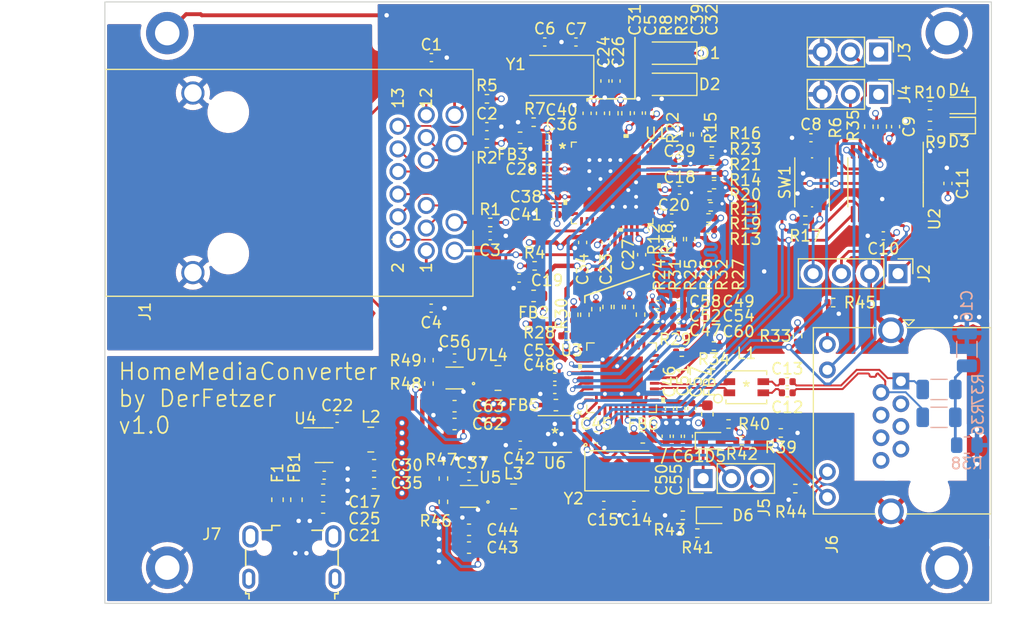
<source format=kicad_pcb>
(kicad_pcb (version 20221018) (generator pcbnew)
  (layers (0 "F.Cu" signal) (1 "In1.Cu" signal) (2 "In2.Cu" signal) (31 "B.Cu" signal) (34 "B.Paste" user) (35 "F.Paste" user) (36 "B.SilkS" user "B.Silkscreen") (37 "F.SilkS" user "F.Silkscreen") (38 "B.Mask" user) (39 "F.Mask" user) (44 "Edge.Cuts" user))
  (net 0 "")
  (net 1 "+3V3")
  (net 2 "GND")
  (net 3 "Net-(D4-A)")
  (net 4 "Net-(U3A-XI)")
  (net 5 "Net-(U3A-XO)")
  (net 6 "/T1_1_P")
  (net 7 "/T1_2_P")
  (net 8 "/T1_1_N")
  (net 9 "/T1_2_N")
  (net 10 "Net-(C16-Pad1)")
  (net 11 "+1V2")
  (net 12 "VBUS")
  (net 13 "+1V0")
  (net 14 "Net-(D1-A)")
  (net 15 "Net-(D3-A)")
  (net 16 "/RES_TX")
  (net 17 "Net-(D6-K)")
  (net 18 "Net-(D6-A)")
  (net 19 "Net-(J7-VBUS)")
  (net 20 "Net-(F1-Pad2)")
  (net 21 "Net-(J4-Pin_2)")
  (net 22 "/RX_C_N")
  (net 23 "/RX_C_P")
  (net 24 "/RX_B_P")
  (net 25 "/RX_B_N")
  (net 26 "/RX_D_P")
  (net 27 "/RX_D_N")
  (net 28 "/RX_A_N")
  (net 29 "/RX_A_P")
  (net 32 "Net-(J6-Pad9)")
  (net 33 "/T1_CONN_LED1")
  (net 34 "Net-(J6-Pad11)")
  (net 37 "/T1_P")
  (net 38 "/T1_N")
  (net 39 "Net-(U4-SW)")
  (net 40 "Net-(U5-SW)")
  (net 41 "/INT_TX")
  (net 42 "/RES_T1")
  (net 43 "/INT_T1")
  (net 44 "/TX_RXD3")
  (net 45 "/TX_RXD2")
  (net 46 "/MDIO")
  (net 47 "/T1_RXD0")
  (net 48 "/T1_RXD1")
  (net 49 "/T1_RXD2")
  (net 50 "/T1_TXD3")
  (net 51 "/T1_TXD2")
  (net 52 "/TX_RXD1")
  (net 53 "/T1_TXD1")
  (net 54 "/TX_RXD0")
  (net 55 "/T1_TXD0")
  (net 56 "/TX_RXC")
  (net 57 "/T1_TXC")
  (net 58 "/TX_RX_CTL")
  (net 59 "/T1_TX_CTL")
  (net 60 "/TX_TXD0")
  (net 61 "/TX_TXD1")
  (net 62 "/TX_TXD2")
  (net 63 "/TX_TXD3")
  (net 64 "/T1_RXD3")
  (net 65 "/TX_TXC")
  (net 66 "/T1_RXC")
  (net 67 "/TX_TX_CTL")
  (net 68 "/T1_RX_CTL")
  (net 69 "Net-(U5-FB)")
  (net 70 "/MDC")
  (net 76 "Net-(J1-TRCT1)")
  (net 77 "Net-(J1-TRCT2)")
  (net 78 "Net-(J1-TRCT3)")
  (net 79 "Net-(J1-TRCT4)")
  (net 80 "Net-(U1A-XI)")
  (net 81 "Net-(U1A-XO)")
  (net 82 "Net-(J2-Pin_4)")
  (net 83 "Net-(#FLG02-pwr)")
  (net 84 "Net-(U4-BST)")
  (net 85 "Net-(#FLG04-pwr)")
  (net 86 "+1V8")
  (net 87 "Net-(#FLG07-pwr)")
  (net 88 "Net-(#FLG08-pwr)")
  (net 89 "Net-(#FLG09-pwr)")
  (net 90 "Net-(D5-K)")
  (net 91 "Net-(D5-A)")
  (net 92 "Net-(J1-LED_YEL_N)")
  (net 93 "Net-(J1-LED_YEL_P)")
  (net 94 "Net-(J1-LED_GRE_N_OR_P)")
  (net 95 "Net-(J1-LED_GRE_P_OR_N)")
  (net 96 "Net-(J2-Pin_1)")
  (net 97 "Net-(J2-Pin_3)")
  (net 98 "Net-(J3-Pin_2)")
  (net 99 "Net-(J5-Pin_2)")
  (net 100 "Net-(U3A-LED_1{slash}GPIO_1)")
  (net 101 "Net-(U7-SW)")
  (net 102 "Net-(U1A-CLK125_NDO{slash}LED_MODE)")
  (net 103 "Net-(U1A-ISET)")
  (net 104 "Net-(U2-PF0)")
  (net 105 "Net-(U2-PF1)")
  (net 106 "Net-(U3A-STRAP_1)")
  (net 107 "Net-(U7-FB)")
  (net 125 "GND2")
  (net 126 "GND1")
  (footprint "Capacitor_SMD:C_0402_1005Metric" (layer "F.Cu") (at 78.3 111.3 90)
    (fp_text reference "C24")
    (fp_text value "10u")
  )
  (footprint "Capacitor_SMD:C_0402_1005Metric" (layer "F.Cu") (at 96.8 116.4 180)
    (fp_text reference "C8")
    (fp_text value "100n")
  )
  (footprint "Resistor_SMD:R_0402_1005Metric" (layer "F.Cu") (at 85.6 116.1 90)
    (fp_text reference "R22")
    (fp_text value "22")
  )
  (footprint "Inductor_SMD:L_0603_1608Metric" (layer "F.Cu") (at 50.6 148.9 -90)
    (fp_text reference "FB1")
    (fp_text value "FerriteBead")
  )
  (footprint "Capacitor_SMD:C_0603_1608Metric" (layer "F.Cu") (at 64.8 140.5 180)
    (fp_text reference "C63")
    (fp_text value "22u")
  )
  (footprint "Resistor_SMD:R_0402_1005Metric" (layer "F.Cu") (at 88.1 120.6)
    (fp_text reference "R14")
    (fp_text value "1k")
  )
  (footprint "Resistor_SMD:R_0402_1005Metric" (layer "F.Cu") (at 86.6 151.9 180)
    (fp_text reference "R41")
    (fp_text value "2k49")
  )
  (footprint "Capacitor_SMD:C_0402_1005Metric" (layer "F.Cu") (at 85.8 143.2 90)
    (fp_text reference "C61")
    (fp_text value "2u2")
  )
  (footprint "Resistor_SMD:R_0402_1005Metric" (layer "F.Cu") (at 78.5 131.588 -90)
    (fp_text reference "R25")
    (fp_text value "22")
  )
  (footprint "Capacitor_SMD:C_0402_1005Metric" (layer "F.Cu") (at 62.72 109.2)
    (fp_text reference "C1")
    (fp_text value "100n")
  )
  (footprint "Resistor_SMD:R_0402_1005Metric" (layer "F.Cu") (at 88.1 119.6)
    (fp_text reference "R21")
    (fp_text value "22")
  )
  (footprint "Capacitor_SMD:C_0402_1005Metric" (layer "F.Cu") (at 84.8 143.2 90)
    (fp_text reference "C55")
    (fp_text value "100n")
  )
  (footprint "Capacitor_SMD:C_0402_1005Metric" (layer "F.Cu") (at 82.3 114.18 90)
    (fp_text reference "C32")
    (fp_text value "100n")
  )
  (footprint "Crystal:Crystal_SMD_5032-2Pin_5.0x3.2mm" (layer "F.Cu") (at 74.25 110.8 180)
    (fp_text reference "Y1")
    (fp_text value "25MHz")
  )
  (footprint "Inductor_SMD:L_0603_1608Metric" (layer "F.Cu") (at 87.5 141.2125 90)
    (fp_text reference "FB4")
    (fp_text value "BLM18KG601SH1")
  )
  (footprint "project_lib:0826-1X1T-32-F" (layer "F.Cu") (at 59.72 125.524 90)
    (fp_text reference locked "J1")
    (fp_text value "0826-1X1T-32-F")
  )
  (footprint "MountingHole:MountingHole_2.2mm_M2_DIN965_Pad_TopBottom" (layer "F.Cu") (at 109 107)
    (fp_text reference "H3" hide)
    (fp_text value "MountingHole_Pad")
  )
  (footprint "Resistor_SMD:R_0402_1005Metric" (layer "F.Cu") (at 107.4875 115.3)
    (fp_text reference "R9")
    (fp_text value "R")
  )
  (footprint "Capacitor_SMD:C_0402_1005Metric" (layer "F.Cu") (at 86.1 140.7 -90)
    (fp_text reference "C57")
    (fp_text value "2u2")
  )
  (footprint "Resistor_SMD:R_0402_1005Metric" (layer "F.Cu") (at 107.4875 113.5)
    (fp_text reference "R10")
    (fp_text value "R")
  )
  (footprint "Capacitor_SMD:C_0603_1608Metric" (layer "F.Cu") (at 77.5 143.3)
    (fp_text reference "C45")
    (fp_text value "22u")
  )
  (footprint "Inductor_SMD:L_0603_1608Metric" (layer "F.Cu") (at 70.6875 116.4)
    (fp_text reference "FB3")
    (fp_text value "BLM18PG121SN1D")
  )
  (footprint "Capacitor_SMD:C_0402_1005Metric" (layer "F.Cu") (at 79.3 111.3 90)
    (fp_text reference "C26")
    (fp_text value "100n")
  )
  (footprint "Capacitor_SMD:C_0402_1005Metric" (layer "F.Cu") (at 85.12 140.7 -90)
    (fp_text reference "C51")
    (fp_text value "100n")
  )
  (footprint "MountingHole:MountingHole_2.2mm_M2_DIN965_Pad_TopBottom" (layer "F.Cu") (at 39 107)
    (fp_text reference "H2" hide)
    (fp_text value "MountingHole_Pad")
  )
  (footprint "Resistor_SMD:R_0402_1005Metric" (layer "F.Cu") (at 71.99 127.9)
    (fp_text reference "R4")
    (fp_text value "10k")
  )
  (footprint "project_lib:TPS62A01ADRLR" (layer "F.Cu") (at 66.0977 148.6 180)
    (fp_text reference "U5")
    (fp_text value "TPS62A01ADRLR")
  )
  (footprint "Connector_PinHeader_2.54mm:PinHeader_1x04_P2.54mm_Vertical" (layer "F.Cu") (at 104.62 128.6 -90)
    (fp_text reference "J2")
    (fp_text value "Conn_01x04_Male")
  )
  (footprint "Fuse:Fuse_0603_1608Metric" (layer "F.Cu") (at 48.9 148.9 90)
    (fp_text reference "F1")
    (fp_text value "Fuse")
  )
  (footprint "Capacitor_SMD:C_0402_1005Metric" (layer "F.Cu") (at 83.02 131.388)
    (fp_text reference "C58")
    (fp_text value "2u2")
  )
  (footprint "Inductor_SMD:L_1008_2520Metric" (layer "F.Cu") (at 68.7 137.970387)
    (fp_text reference "L4")
    (fp_text value "1u")
  )
  (footprint "Resistor_SMD:R_0402_1005Metric" (layer "F.Cu") (at 89.4 142.1)
    (fp_text reference "R40")
    (fp_text value "2k49")
  )
  (footprint "Package_SO:TSSOP-20_4.4x6.5mm_P0.65mm" (layer "F.Cu") (at 103.5 120.4 -90)
    (fp_text reference "U2")
    (fp_text value "STM32F030F4Px")
  )
  (footprint "Capacitor_SMD:C_0402_1005Metric" (layer "F.Cu") (at 103.3 125.2 180)
    (fp_text reference "C10")
    (fp_text value "100n")
  )
  (footprint "Resistor_SMD:R_0402_1005Metric" (layer "F.Cu") (at 85.3 150.3 180)
    (fp_text reference "R43")
    (fp_text value "440")
  )
  (footprint "Capacitor_SMD:C_0402_1005Metric" (layer "F.Cu") (at 54.255 141.6)
    (fp_text reference "C22")
    (fp_text value "100n")
  )
  (footprint "Resistor_SMD:R_0402_1005Metric" (layer "F.Cu") (at 62.5 138.470387 90)
    (fp_text reference "R48")
    (fp_text value "100k")
  )
  (footprint "Crystal:Crystal_SMD_5032-2Pin_5.0x3.2mm" (layer "F.Cu") (at 79.55 146.3)
    (fp_text reference "Y2")
    (fp_text value "25MHz")
  )
  (footprint "MountingHole:MountingHole_2.2mm_M2_DIN965_Pad_TopBottom" (layer "F.Cu") (at 39 155)
    (fp_text reference "H1" hide)
    (fp_text value "MountingHole_Pad")
  )
  (footprint "Resistor_SMD:R_0402_1005Metric" (layer "F.Cu") (at 98.8 131.2)
    (fp_text reference "R45")
    (fp_text value "440")
  )
  (footprint "Connector_PinHeader_2.54mm:PinHeader_1x03_P2.54mm_Vertical" (layer "F.Cu") (at 102.88 108.7 -90)
    (fp_text reference "J3")
    (fp_text value "Conn_01x03")
  )
  (footprint "Resistor_SMD:R_0402_1005Metric" (layer "F.Cu") (at 79.1 114.2 -90)
    (fp_text reference "R8")
    (fp_text value "10k")
  )
  (footprint "Resistor_SMD:R_0402_1005Metric" (layer "F.Cu") (at 86 125.5 90)
    (fp_text reference "R12")
    (fp_text value "10k")
  )
  (footprint "Resistor_SMD:R_0402_1005Metric" (layer "F.Cu") (at 87.6 123.6)
    (fp_text reference "R19")
    (fp_text value "22")
  )
  (footprint "Capacitor_SMD:C_0402_1005Metric" (layer "F.Cu") (at 64.8 136.170387 180)
    (fp_text reference "C56")
    (fp_text value "4u7")
  )
  (footprint "Resistor_SMD:R_0402_1005Metric" (layer "F.Cu") (at 102 115.4 -90)
    (fp_text reference "R6")
    (fp_text value "4k7")
  )
  (footprint "Capacitor_SMD:C_0402_1005Metric" (layer "F.Cu") (at 70.6 129 180)
    (fp_text reference "C19")
    (fp_text value "10u")
  )
  (footprint "Capacitor_SMD:C_0603_1608Metric" (layer "F.Cu") (at 66.0977 153.2 180)
    (fp_text reference "C43")
    (fp_text value "22u")
  )
  (footprint "Resistor_SMD:R_0402_1005Metric" (layer "F.Cu") (at 77.5 131.788 -90)
    (fp_text reference "R31")
    (fp_text value "2k49")
  )
  (footprint "Resistor_SMD:R_0402_1005Metric" (layer "F.Cu") (at 71.9 115 180)
    (fp_text reference "R7")
    (fp_text value "6k04")
  )
  (footprint "Resistor_SMD:R_0402_1005Metric" (layer "F.Cu") (at 62.5 136.370387 90)
    (fp_text reference "R49")
    (fp_text value "100k")
  )
  (footprint "LED_SMD:LED_0603_1608Metric" (layer "F.Cu") (at 87.9 143.6)
    (fp_text reference "D5")
    (fp_text value "LED")
  )
  (footprint "Capacitor_SMD:C_0402_1005Metric" (layer "F.Cu") (at 73.62 123.3 180)
    (fp_text reference "C41")
    (fp_text value "100n")
  )
  (footprint "Resistor_SMD:R_0402_1005Metric" (layer "F.Cu") (at 68 124)
    (fp_text reference "R1")
    (fp_text value "440")
  )
  (footprint "project_lib:KSZ9131RNXC-TR" (layer "F.Cu") (at 78.952 120.45)
    (fp_text reference "U1")
    (fp_text value "KSZ9131RNXC-TR")
  )
  (footprint "Capacitor_SMD:C_0402_1005Metric" (layer "F.Cu") (at 78.2 149.4)
    (fp_text reference "C15")
    (fp_text value "26p")
  )
  (footprint "Capacitor_SMD:C_0402_1005Metric" (layer "F.Cu") (at 77.9 114.2 90)
    (fp_text reference "C5")
    (fp_text value "10u")
  )
  (footprint "project_lib:TPS62A01ADRLR" (layer "F.Cu") (at 64.8 137.970387 180)
    (fp_text reference "U7")
    (fp_text value "TPS62A01ADRLR")
  )
  (footprint "Capacitor_SMD:C_0402_1005Metric" (layer "F.Cu") (at 73.8 137.9 180)
    (fp_text reference "C53")
    (fp_text value "100n")
  )
  (footprint "Resistor_SMD:R_0402_1005Metric" (layer "F.Cu") (at 94.09 142.9)
    (fp_text reference "R39")
    (fp_text value "2k49")
  )
  (footprint "Package_TO_SOT_SMD:TSOT-23-6" (layer "F.Cu") (at 53.075 144)
    (fp_text reference "U4")
    (fp_text value "AP63203WU")
  )
  (footprint "Capacitor_SMD:C_0402_1005Metric" (layer "F.Cu") (at 83.02 132.388)
    (fp_text reference "C52")
    (fp_text value "100n")
  )
  (footprint "Capacitor_SMD:C_0402_1005Metric" (layer "F.Cu") (at 104.4 115.4 90)
    (fp_text reference "C9")
    (fp_text value "100n")
  )
  (footprint "Capacitor_SMD:C_0603_1608Metric" (layer "F.Cu") (at 66.0977 151.6 180)
    (fp_text reference "C44")
    (fp_text value "22u")
  )
  (footprint "Resistor_SMD:R_0402_1005Metric" (layer "F.Cu") (at 85.2 135.644 180)
    (fp_text reference "R29")
    (fp_text value "22")
  )
  (footprint "Resistor_SMD:R_0402_1005Metric" (layer "F.Cu") (at 79.5 131.588 -90)
    (fp_text reference "R26")
    (fp_text value "22")
  )
  (footprint "Resistor_SMD:R_0402_1005Metric" (layer "F.Cu") (at 75.5 132.288 -90)
    (fp_text reference "R30")
    (fp_text value "2k49")
  )
  (footprint "Capacitor_SMD:C_0402_1005Metric" (layer "F.Cu") (at 85 121.1)
    (fp_text reference "C18")
    (fp_text value "100n")
  )
  (footprint "MountingHole:MountingHole_2.2mm_M2_DIN965_Pad_TopBottom" (layer "F.Cu") (at 109 155)
    (fp_text reference "H4" hide)
    (fp_text value "MountingHole_Pad")
  )
  (footprint "Capacitor_SMD:C_0402_1005Metric" (layer "F.Cu") (at 73.2 117.3 180)
    (fp_text reference "C36")
    (fp_text value "10u")
  )
  (footprint "Connector_USB:USB_Micro-B_Wuerth_629105150521" (layer "F.Cu") (at 50.195 154.045)
    (fp_text reference "J7")
    (fp_text value "USB_B")
  )
  (footprint "Capacitor_SMD:C_0603_1608Metric" (layer "F.Cu") (at 64.8 142.1 180)
    (fp_text reference "C62")
    (fp_text value "22u")
  )
  (footprint "Inductor_SMD:L_0603_1608Metric" (layer "F.Cu") (at 71.9 130.6)
    (fp_text reference "FB2")
    (fp_text value "BLM18PG121SN1D")
  )
  (footprint "project_lib:DLW32MH101XK2L" (layer "F.Cu") (at 91 138.8)
    (fp_text reference "L1")
    (fp_text value "CMC")
  )
  (footprint "Capacitor_SMD:C_0402_1005Metric" (layer "F.Cu") (at 84.9 131.388)
    (fp_text reference "C49")
    (fp_text value "10n")
  )
  (footprint "Resistor_SMD:R_0402_1005Metric" (layer "F.Cu") (at 87.7 121.6)
    (fp_text reference "R20")
    (fp_text value "22")
  )
  (footprint "Capacitor_SMD:C_0402_1005Metric" (layer "F.Cu") (at 84.9 133.388)
    (fp_text reference "C60")
    (fp_text value "2u2")
  )
  (footprint "Button_Switch_SMD:SW_Push_1P1T_NO_CK_KMR2" (layer "F.Cu") (at 96.9 120.4 90)
    (fp_text reference "SW1")
    (fp_text value "SW_Push")
  )
  (footprint "Resistor_SMD:R_0402_1005Metric" (layer "F.Cu") (at 87.8 122.6)
    (fp_text reference "R11")
    (fp_text value "1k")
  )
  (footprint "Inductor_SMD:L_0603_1608Metric" (layer "F.Cu") (at 81.7 143.3)
    (fp_text reference "FB6")
    (fp_text value "BLM18KG601SH1")
  )
  (footprint "Capacitor_SMD:C_0402_1005Metric" (layer "F.Cu") (at 84.9 132.388)
    (fp_text reference "C54")
    (fp_text value "100n")
  )
  (footprint "Resistor_SMD:R_0402_1005Metric" (layer "F.Cu") (at 90.6 143.6)
    (fp_text reference "R42")
    (fp_text value "440")
  )
  (footprint "Resistor_SMD:R_0402_1005Metric" (layer "F.Cu") (at 63.7977 149.09 90)
    (fp_text reference "R46")
    (fp_text value "200k")
  )
  (footprint "Resistor_SMD:R_0402_1005Metric" (layer "F.Cu") (at 86.6 116.1 90)
    (fp_text reference "R15")
    (fp_text value "1k")
  )
  (footprint "project_lib:DP83TG720RWRHATQ1" (layer "F.Cu") (at 79.8 137.944 90)
    (fp_text reference "U3")
    (fp_text value "DP83TG720RWRHATQ1")
  )
  (footprint "LED_SMD:LED_0603_1608Metric" (layer "F.Cu") (at 110.0875 113.5 180)
    (fp_text reference "D4")
    (fp_text value "LED")
  )
  (footprint "Capacitor_SMD:C_0402_1005Metric" (layer "F.Cu") (at 67.7 115.4)
    (fp_text reference "C2")
    (fp_text value "100n")
  )
  (footprint "Resistor_SMD:R_0402_1005Metric" (layer "F.Cu") (at 63.7977 147 90)
    (fp_text reference "R47")
    (fp_text value "100k")
  )
  (footprint "Capacitor_SMD:C_0402_1005Metric" (layer "F.Cu") (at 73.8 139 180)
    (fp_text reference "C48")
    (fp_text value "10n")
  )
  (footprint "Capacitor_SMD:C_0402_1005Metric" (layer "F.Cu") (at 83.02 133.388)
    (fp_text reference "C47")
    (fp_text value "10n")
  )
  (footprint "Capacitor_SMD:C_0402_1005Metric" (layer "F.Cu") (at 109.1 120.5 90)
    (fp_text reference "C11")
    (fp_text value "4u7")
  )
  (footprint "Resistor_SMD:R_0402_1005Metric" (layer "F.Cu") (at 84.98 125.5 -90)
    (fp_text reference "R18")
    (fp_text value "22")
  )
  (footprint "Capacitor_SMD:C_0402_1005Metric" (layer "F.Cu") (at 73.6 121.7 180)
    (fp_text reference "C38")
    (fp_text value "100n")
  )
  (footprint "Connector_PinHeader_2.54mm:PinHeader_1x03_P2.54mm_Vertical" (layer "F.Cu") (at 102.88 112.5 -90)
    (fp_text reference "J4")
    (fp_text value "Conn_01x03")
  )
  (footprint "LED_SMD:LED_0603_1608Metric" (layer "F.Cu") (at 110.0875 115.3 180)
    (fp_text reference "D3")
    (fp_text value "LED")
  )
  (footprint "project_lib:TPS784105QWDRBRQ1" (layer "F.Cu") (at 73.8075 143 180)
    (fp_text reference "U6")
    (fp_text value "TPS784105QWDRBRQ1")
  )
  (footprint "Capacitor_SMD:C_0402_1005Metric" (layer "F.Cu") (at 76.3 125.8 -90)
    (fp_text reference "C34")
    (fp_text value "100n")
  )
  (footprint "Resistor_SMD:R_0402_1005Metric" (layer "F.Cu") (at 67.7 116.9)
    (fp_text reference "R2")
    (fp_text value "440")
  )
  (footprint "Capacitor_SMD:C_0402_1005Metric" (layer "F.Cu") (at 76.7 114.2 90)
    (fp_text reference "C31")
    (fp_text value "10n")
  )
  (footprint "Resistor_SMD:R_0402_1005Metric" (layer "F.Cu") (at 87.9 117.6)
    (fp_text reference "R16")
    (fp_text value "1k")
  )
  (footprint "Capacitor_SMD:C_0402_1005Metric" (layer "F.Cu") (at 83.8 143.2 90)
    (fp_text reference "C50")
    (fp_text value "10n")
  )
  (footprint "Capacitor_SMD:C_0402_1005Metric" (layer "F.Cu") (at 94.675002 139.300001)
    (fp_text reference "C12")
    (fp_text value "100n 1%")
  )
  (footprint "Capacitor_SMD:C_0402_1005Metric" (layer "F.Cu") (at 94.675002 138.300001)
    (fp_text reference "C13")
    (fp_text value "100n 1%")
  )
  (footprint "Capacitor_SMD:C_0402_1005Metric" (layer "F.Cu") (at 66.0977 146.8 180)
    (fp_text reference "C37")
    (fp_text value "4u7")
  )
  (footprint "Capacitor_SMD:C_0402_1005Metric" (layer "F.Cu") (at 68 125.2)
    (fp_text reference "C3")
    (fp_text value "100n")
  )
  (footprint "Inductor_SMD:L_0603_1608Metric" (layer "F.Cu") (at 73.9 140.4)
    (fp_text reference "FB5")
    (fp_text value "BLM18HE102SN1")
  )
  (footprint "Capacitor_SMD:C_0402_1005Metric" (layer "F.Cu") (at 81.3 114.18 90)
    (fp_text reference "C39")
    (fp_text value "100n")
  )
  (footprint "Capacitor_SMD:C_0402_1005Metric" (layer "F.Cu") (at 53.095 146.7)
    (fp_text reference "C17")
    (fp_text value "10u")
  )
  (footprint "Resistor_SMD:R_0402_1005Metric" (layer "F.Cu") (at 67.71 112.9 180)
    (fp_text reference "R5")
    (fp_text value "10k")
  )
  (footprint "Capacitor_SMD:C_0603_1608Metric" (layer "F.Cu") (at 53 148)
    (fp_text reference "C25")
    (fp_text value "22u")
  )
  (footprint "Capacitor_SMD:C_0402_1005Metric" (layer "F.Cu") (at 73.2 116.3 180)
    (fp_text reference "C40")
    (fp_text value "100n")
  )
  (footprint "Resistor_SMD:R_0402_1005Metric" (layer "F.Cu") (at 74.89 134.188)
    (fp_text reference "R28")
    (fp_text value "22")
  )
  (footprint "Resistor_SMD:R_0402_1005Metric" (layer "F.Cu") (at 95.4 147.9 180)
    (fp_text reference "R44")
    (fp_text value "440")
  )
  (footprint "Connector_PinHeader_2.54mm:PinHeader_1x03_P2.54mm_Vertical" (layer "F.Cu") (at 87.12 147 90)
    (fp_text reference "J5")
    (fp_text value "Conn_01x03")
  )
  (footprint "Resistor_SMD:R_0402_1005Metric" (layer "F.Cu") (at 103.2 115.4 -90)
    (fp_text reference "R35")
    (fp_text value "2k2")
  )
  (footprint "Resistor_SMD:R_0402_1005Metric" (layer "F.Cu") (at 80.5 131.588 -90)
    (fp_text reference "R32")
    (fp_text value "2k49")
  )
  (footprint "Resistor_SMD:R_0402_1005Metric" (layer "F.Cu") (at 81.5 132.278 -90)
    (fp_text reference "R27")
    (fp_text value "22")
  )
  (footprint "Capacitor_SMD:C_0402_1005Metric" (layer "F.Cu") (at 81.6 126.9 -90)
    (fp_text reference "C27")
    (fp_text value "100n")
  )
  (footprint "Capacitor_SMD:C_0402_1005Metric" (layer "F.Cu") (at 62.7 131.7)
    (fp_text reference "C4")
    (fp_text value "100n")
  )
  (footprint "Capacitor_SMD:C_0402_1005Metric" (layer "F.Cu") (at 80.9 149.4 180)
    (fp_text reference "C14")
    (fp_text value "26p")
  )
  (footprint "Resistor_SMD:R_0402_1005Metric" (layer "F.Cu") (at 76.5 132.288 -90)
    (fp_text reference "R24")
    (fp_text value "22")
  )
  (footprint "Resistor_SMD:R_0402_1005Metric" (layer "F.Cu") (at 87.6 124.6 180)
    (fp_text reference "R13")
    (fp_text value "10k")
  )
  (footprint "Inductor_SMD:L_1008_2520Metric" (layer "F.Cu") (at 57.275 143.5)
    (fp_text reference "L2")
    (fp_text value "1u")
  )
  (footprint "LED_SMD:LED_0603_1608Metric" (layer "F.Cu") (at 88 150.3)
    (fp_text reference "D6")
    (fp_text value "LED")
  )
  (footprint "Capacitor_SMD:C_0402_1005Metric" (layer "F.Cu") (at 72.9 107.8 180)
    (fp_text reference "C6")
    (fp_text value "26p")
  )
  (footprint "Resistor_SMD:R_0402_1005Metric" (layer "F.Cu") (at 96.3 123.8)
    (fp_text reference "R17")
    (fp_text value "2k2")
  )
  (footprint "Resistor_SMD:R_0402_1005Metric" (layer "F.Cu") (at 87.9 118.6)
    (fp_text reference "R23")
    (fp_text value "22")
  )
  (footprint "Capacitor_SMD:C_0603_1608Metric" (layer "F.Cu") (at 57.575 145.8 180)
    (fp_text reference "C30")
    (fp_text value "22u")
  )
  (footprint "Capacitor_SMD:C_0402_1005Metric" (layer "F.Cu") (at 78.4 125.8 -90)
    (fp_text reference "C23")
    (fp_text value "100n")
  )
  (footprint "Capacitor_SMD:C_0402_1005Metric" (layer "F.Cu") (at 84.1 140.7 -90)
    (fp_text reference "C46")
    (fp_text value "10n")
  )
  (footprint "Connector_RJ:RJ45_Amphenol_RJHSE538X" (layer "F.Cu") (at 104.875002 138.252001 -90)
    (fp_text reference "J6")
    (fp_text value "RJ45_LED_Shielded")
  )
  (footprint "Capacitor_SMD:C_0603_1608Metric" (layer "F.Cu") (at 57.575 147.4 180)
    (fp_text reference "C35")
    (fp_text value "22u")
  )
  (footprint "Diode_SMD:D_SOD-123" (layer "F.Cu") (at 84.2 108.8 180)
    (fp_text reference "D1")
    (fp_text value "1N4148W")
  )
  (footprint "Capacitor_SMD:C_0603_1608Metric" (layer "F.Cu") (at 53 149.6)
    (fp_text reference "C21")
    (fp_text value "22u")
  )
  (footprint "Diode_SMD:D_SOD-123" (layer "F.Cu") (at 84.2 111.6 180)
    (fp_text reference "D2")
    (fp_text value "1N4148W")
  )
  (footprint "Capacitor_SMD:C_0402_1005Metric" (layer "F.Cu") (at 73.2 119.2 180)
    (fp_text reference "C28")
    (fp_text value "10u")
  )
  (footprint "Capacitor_SMD:C_0402_1005Metric" (layer "F.Cu") (at 70.7 144 180)
    (fp_text reference "C42")
    (fp_text value "4u7")
  )
  (footprint "Capacitor_SMD:C_0402_1005Metric" (layer "F.Cu") (at 84.3 123.6)
    (fp_text reference "C20")
    (fp_text value "100n")
  )
  (footprint "Capacitor_SMD:C_0402_1005Metric" (layer "F.Cu") (at 85 118.7)
    (fp_text reference "C29")
    (fp_text value "100n")
  )
  (footprint "Inductor_SMD:L_1008_2520Metric" (layer "F.Cu") (at 70.0977 148.6)
    (fp_text reference "L3")
    (fp_text value "1u")
  )
  (footprint "Resistor_SMD:R_0402_1005Metric" (layer "F.Cu") (at 95.6 134.2 -90)
    (fp_text reference "R33")
    (fp_text value "2k2")
  )
  (footprint "Resistor_SMD:R_0402_1005Metric" (layer "F.Cu") (at 88.09 135.1 180)
    (fp_text reference "R34")
    (fp_text value "13k")
  )
  (footprint "Capacitor_SMD:C_0402_1005Metric" (layer "F.Cu") (at 75.7 107.8)
    (fp_text reference "C7")
    (fp_text value "26p")
  )
  (footprint "Resistor_SMD:R_0402_1005Metric" (layer "F.Cu") (at 80.2 114.2 -90)
    (fp_text reference "R3")
    (fp_text value "10k")
  )
  (footprint "Resistor_SMD:R_1206_3216Metric" (layer "B.Cu") (at 108.3 139)
    (fp_text reference "R37")
    (fp_text value "1k 1%")
  )
  (footprint "Capacitor_SMD:C_1206_3216Metric" (layer "B.Cu") (at 110.8 135.4 90)
    (fp_text reference "C16")
    (fp_text value "4n7")
  )
  (footprint "Resistor_SMD:R_0805_2012Metric" (layer "B.Cu") (at 110.8 144)
    (fp_text reference "R38")
    (fp_text value "100k")
  )
  (footprint "Resistor_SMD:R_1206_3216Metric" (layer "B.Cu") (at 108.3 141.5)
    (fp_text reference "R36")
    (fp_text value "1k 1%")
  )
  (gr_line (start 83.4 145.6) (end 83.8 144.3) (stroke (width 0.15)) (layer "F.SilkS"))
  (gr_line (start 76.5 130.6) (end 76.5 131.2) (stroke (width 0.15)) (layer "F.SilkS"))
  (gr_line (start 82.3 128.6) (end 76.5 130.6) (stroke (width 0.15)) (layer "F.SilkS"))
  (gr_line (start 81 112.9) (end 76.7 112.9) (stroke (width 0.15)) (layer "F.SilkS"))
  (gr_line (start 76.7 112.9) (end 76.7 113.1) (stroke (width 0.15)) (layer "F.SilkS"))
  (gr_line (start 81 107.4) (end 81 112.9) (stroke (width 0.15)) (layer "F.SilkS"))
  (gr_rect (start 33.4 104.2) (end 113 158.2) (stroke (width 0.1)) (fill none) (layer "Edge.Cuts"))
  (gr_text "HomeMediaConverter\nby DerFetzer\nv1.0" (at 34.5 143.1) (layer "F.SilkS") (effects (font (size 1.5 1.5)) (justify left bottom)))
  (segment (start 71.48 127.9) (end 70.7 127.9) (width 0.25) (layer "F.Cu") (net 1))
  (segment (start 76.3 125.32) (end 75.18 125.32) (width 0.4) (layer "F.Cu") (net 1))
  (segment (start 103.825 116.455) (end 103.825 117.5375) (width 0.25) (layer "F.Cu") (net 1))
  (segment (start 88.6 135.1) (end 88.6 134.3) (width 0.25) (layer "F.Cu") (net 1))
  (segment (start 95.6 133.69) (end 95.6 133) (width 0.25) (layer "F.Cu") (net 1))
  (segment (start 71.2 133.1) (end 73.9 133.1) (width 0.4) (layer "F.Cu") (net 1))
  (segment (start 84.52 118.7) (end 84.52 118.449938) (width 0.25) (layer "F.Cu") (net 1))
  (segment (start 76.88 125.32) (end 76.3 125.32) (width 0.25) (layer "F.Cu") (net 1))
  (segment (start 73.9 125.8) (end 74.3 126.2) (width 0.4) (layer "F.Cu") (net 1))
  (segment (start 77.5 131.278) (end 77.5 130.7) (width 0.25) (layer "F.Cu") (net 1))
  (segment (start 60.075 142) (end 60.075 148.3) (width 0.4) (layer "F.Cu") (net 1))
  (segment (start 95.453473 123.8) (end 95.185263 123.53179) (width 0.25) (layer "F.Cu") (net 1))
  (segment (start 103.78 125.2) (end 103.78 123.3075) (width 0.25) (layer "F.Cu") (net 1))
  (segment (start 75.5 131.778) (end 75.5 131.1) (width 0.25) (layer "F.Cu") (net 1))
  (segment (start 104.2 125.2) (end 104.5 124.9) (width 0.25) (layer "F.Cu") (net 1))
  (segment (start 86 126.01) (end 86.69 126.01) (width 0.25) (layer "F.Cu") (net 1))
  (segment (start 58.35 147.4) (end 58.35 143.5) (width 0.4) (layer "F.Cu") (net 1))
  (segment (start 68.51 124) (end 69.4 124) (width 0.25) (layer "F.Cu") (net 1))
  (segment (start 77.702 123.902) (end 77.702 124.498) (width 0.25) (layer "F.Cu") (net 1))
  (segment (start 51.9375 141.6375) (end 53.175 140.4) (width 0.4) (layer "F.Cu") (net 1))
  (segment (start 80.2 113.69) (end 79.7 113.69) (width 0.25) (layer "F.Cu") (net 1))
  (segment (start 103.78 125.2) (end 104.2 125.2) (width 0.25) (layer "F.Cu") (net 1))
  (segment (start 90.405 142.895) (end 91.11 143.6) (width 0.25) (layer "F.Cu") (net 1))
  (segment (start 85.85 108.8) (end 86.9 108.8) (width 0.25) (layer "F.Cu") (net 1))
  (segment (start 68.21 116.9) (end 69 116.9) (width 0.25) (layer "F.Cu") (net 1))
  (segment (start 88.11 124.6) (end 88.11 125.19) (width 0.25) (layer "F.Cu") (net 1))
  (segment (start 58.4 147.5) (end 58.35 147.45) (width 0.4) (layer "F.Cu") (net 1))
  (segment (start 89.91 142.4) (end 90.405 142.895) (width 0.25) (layer "F.Cu") (net 1))
  (segment (start 73.9 133.1) (end 74.1 132.9) (width 0.4) (layer "F.Cu") (net 1))
  (segment (start 79.7 113.69) (end 79.1 113.69) (width 0.25) (layer "F.Cu") (net 1))
  (segment (start 95.79 123.8) (end 95.453473 123.8) (width 0.25) (layer "F.Cu") (net 1))
  (segment (start 90.405 142.895) (end 90.416196 142.883804) (width 0.25) (layer "F.Cu") (net 1))
  (segment (start 104.4 115.88) (end 103.825 116.455) (width 0.25) (layer "F.Cu") (net 1))
  (segment (start 81.3 114.66) (end 80.202 115.758) (width 0.25) (layer "F.Cu") (net 1))
  (segment (start 102.7 114.89) (end 103.2 114.89) (width 0.25) (layer "F.Cu") (net 1))
  (segment (start 80.5 131.078) (end 80.5 130.398) (width 0.25) (layer "F.Cu") (net 1))
  (segment (start 102.7 114.89) (end 102.7 114.3) (width 0.25) (layer "F.Cu") (net 1))
  (segment (start 89.91 142.1) (end 89.91 142.4) (width 0.25) (layer "F.Cu") (net 1))
  (segment (start 103.78 123.3075) (end 103.825 123.2625) (width 0.25) (layer "F.Cu") (net 1))
  (segment (start 51.9375 143.05) (end 51.9375 141.6375) (width 0.4) (layer "F.Cu") (net 1))
  (segment (start 90.416196 142.883804) (end 90.416196 142.862655) (width 0.25) (layer "F.Cu") (net 1))
  (segment (start 87.5 142) (end 86.7 142) (width 0.25) (layer "F.Cu") (net 1))
  (segment (start 55.25 140.4) (end 58.35 143.5) (width 0.4) (layer "F.Cu") (net 1))
  (segment (start 102 114.89) (end 102.7 114.89) (width 0.25) (layer "F.Cu") (net 1))
  (segment (start 80.202 115.758) (end 80.202 116.998) (width 0.25) (layer "F.Cu") (net 1))
  (segment (start 109.1 120.98) (end 109.1 121.8) (width 0.25) (layer "F.Cu") (net 1))
  (segment (start 69.5 116.4) (end 69 116.9) (width 0.25) (layer "F.Cu") (net 1))
  (segment (start 79.7 113) (end 79.7 113.69) (width 0.25) (layer "F.Cu") (net 1))
  (segment (start 75.18 125.32) (end 74.3 126.2) (width 0.4) (layer "F.Cu") (net 1))
  (segment (start 84.52 118.7) (end 82.404 118.700001) (width 0.25) (layer "F.Cu") (net 1))
  (segment (start 53.175 140.4) (end 55.25 140.4) (width 0.4) (layer "F.Cu") (net 1))
  (segment (start 77.702 124.498) (end 76.88 125.32) (width 0.25) (layer "F.Cu") (net 1))
  (segment (start 68.22 112.9) (end 69 112.9) (width 0.25) (layer "F.Cu") (net 1))
  (segment (start 84.52 118.449938) (end 84.867034 118.102904) (width 0.25) (layer "F.Cu") (net 1))
  (segment (start 69.9 116.4) (end 69.5 116.4) (width 0.25) (layer "F.Cu") (net 1))
  (segment (start 102.7 114.3) (end 102.6 114.2) (width 0.25) (layer "F.Cu") (net 1))
  (segment (start 86.69 126.01) (end 86.7 126) (width 0.25) (layer "F.Cu") (net 1))
  (segment (start 73.1125 140.4) (end 72.1 140.4) (width 0.4) (layer "F.Cu") (net 1))
  (segment (start 71.5 125.8) (end 73.9 125.8) (width 0.4) (layer "F.Cu") (net 1))
  (segment (start 88.11 125.19) (end 88.1 125.2) (width 0.25) (layer "F.Cu") (net 1))
  (via (at 60.075 146.5) (size 0.6) (drill 0.4) (layers "F.Cu" "B.Cu") (net 1))
  (via (at 90.416196 142.862655) (size 0.6) (drill 0.4) (layers "F.Cu" "B.Cu") (net 1))
  (via (at 103.825 116.455) (size 0.6) (drill 0.4) (layers "F.Cu" "B.Cu") (net 1))
  (via (at 104.5 124.9) (size 0.6) (drill 0.4) (layers "F.Cu" "B.Cu") (net 1))
  (via (at 69 116.9) (size 0.6) (drill 0.4) (layers "F.Cu" "B.Cu") (net 1))
  (via (at 88.6 134.3) (size 0.6) (drill 0.4) (layers "F.Cu" "B.Cu") (net 1))
  (via (at 60.075 142) (size 0.6) (drill 0.4) (layers "F.Cu" "B.Cu") (net 1))
  (via (at 75.5 131.1) (size 0.6) (drill 0.4) (layers "F.Cu" "B.Cu") (net 1))
  (via (at 86.9 108.8) (size 0.6) (drill 0.4) (layers "F.Cu" "B.Cu") (net 1))
  (via (at 74.3 126.2) (size 0.6) (drill 0.4) (layers "F.Cu" "B.Cu") (net 1))
  (via (at 60.075 142.9) (size 0.6) (drill 0.4) (layers "F.Cu" "B.Cu") (net 1))
  (via (at 69.4 124) (size 0.6) (drill 0.4) (layers "F.Cu" "B.Cu") (net 1))
  (via (at 86.7 126) (size 0.5) (drill 0.3) (layers "F.Cu" "B.Cu") (net 1))
  (via (at 71.5 125.8) (size 0.6) (drill 0.4) (layers "F.Cu" "B.Cu") (net 1))
  (via (at 88.1 125.2) (size 0.5) (drill 0.3) (layers "F.Cu" "B.Cu") (net 1))
  (via (at 95.6 133) (size 0.6) (drill 0.4) (layers "F.Cu" "B.Cu") (net 1))
  (via (at 60.075 145.6) (size 0.6) (drill 0.4) (layers "F.Cu" "B.Cu") (net 1))
  (via (at 86.7 142) (size 0.6) (drill 0.4) (layers "F.Cu" "B.Cu") (net 1))
  (via (at 84.867034 118.102904) (size 0.5) (drill 0.3) (layers "F.Cu" "B.Cu") (net 1))
  (via (at 60.075 147.4) (size 0.6) (drill 0.4) (layers "F.Cu" "B.Cu") (net 1))
  (via (at 60.075 143.8) (size 0.6) (drill 0.4) (layers "F.Cu" "B.Cu") (net 1))
  (via (at 71.2 133.1) (size 0.6) (drill 0.4) (layers "F.Cu" "B.Cu") (net 1))
  (via (at 60.075 144.7) (size 0.6) (drill 0.4) (layers "F.Cu" "B.Cu") (net 1))
  (via (at 80.5 130.398) (size 0.5) (drill 0.3) (layers "F.Cu" "B.Cu") (net 1))
  (via (at 79.7 113) (size 0.6) (drill 0.4) (layers "F.Cu" "B.Cu") (net 1))
  (via (at 80.48 115.48) (size 0.6) (drill 0.4) (layers "F.Cu" "B.Cu") (net 1))
  (via (at 74.1 132.9) (size 0.6) (drill 0.4) (layers "F.Cu" "B.Cu") (net 1))
  (via (at 109.1 121.8) (size 0.6) (drill 0.4) (layers "F.Cu" "B.Cu") (net 1))
  (via (at 77.5 130.7) (size 0.5) (drill 0.3) (layers "F.Cu" "B.Cu") (net 1))
  (via (at 102.6 114.2) (size 0.6) (drill 0.4) (layers "F.Cu" "B.Cu") (net 1))
  (via (at 70.7 127.9) (size 0.6) (drill 0.4) (layers "F.Cu" "B.Cu") (net 1))
  (via (at 72.1 140.4) (size 0.6) (drill 0.4) (layers "F.Cu" "B.Cu") (net 1))
  (via (at 95.185263 123.53179) (size 0.6) (drill 0.4) (layers "F.Cu" "B.Cu") (net 1))
  (via (at 69 112.9) (size 0.6) (drill 0.4) (layers "F.Cu" "B.Cu") (net 1))
  (via (at 60.075 148.3) (size 0.6) (drill 0.4) (layers "F.Cu" "B.Cu") (net 1))
  (segment (start 65.5977 139.1977) (end 65.6 139.2) (width 0.35) (layer "F.Cu") (net 2))
  (segment (start 85.38 133.388) (end 85.38 131.388) (width 0.25) (layer "F.Cu") (net 2))
  (segment (start 85.12 141.18) (end 85.12 141.68) (width 0.35) (layer "F.Cu") (net 2))
  (segment (start 75.82 113.72) (end 75.566102 113.466102) (width 0.35) (layer "F.Cu") (net 2))
  (segment (start 86.6 115.59) (end 86.99 115.59) (width 0.25) (layer "F.Cu") (net 2))
  (segment (start 53.575 145.5875) (end 54.2125 144.95) (width 0.4) (layer "F.Cu") (net 2))
  (segment (start 53.575 145.5875) (end 53.575 146.7) (width 0.35) (layer "F.Cu") (net 2))
  (segment (start 86.99 115.59) (end 87.2 115.8) (width 0.25) (layer "F.Cu") (net 2))
  (segment (start 75.62 126.28) (end 75.6 126.3) (width 0.35) (layer "F.Cu") (net 2))
  (segment (start 72.72 116.3) (end 72.72 117.3) (width 0.35) (layer "F.Cu") (net 2))
  (segment (start 96.1 122.45) (end 96.1 121.9) (width 0.35) (layer "F.Cu") (net 2))
  (segment (start 85.48 121.1) (end 85.847128 121.1) (width 0.25) (layer "F.Cu") (net 2))
  (segment (start 73.38 107.8) (end 75.22 107.8) (width 0.35) (layer "F.Cu") (net 2))
  (segment (start 77.9 113.17436) (end 78.28718 112.78718) (width 0.35) (layer "F.Cu") (net 2))
  (segment (start 63.2 109.2) (end 64.1 109.2) (width 0.35) (layer "F.Cu") (net 2))
  (segment (start 78.275 144.225) (end 78.256233 144.243767) (width 0.35) (layer "F.Cu") (net 2))
  (segment (start 72.72 117.3) (end 71.7 117.3) (width 0.35) (layer "F.Cu") (net 2))
  (segment (start 84.78 123.6) (end 84.78 124.102513) (width 0.25) (layer "F.Cu") (net 2))
  (segment (start 73.725001 142.025001) (end 73.8 142.1) (width 0.35) (layer "F.Cu") (net 2))
  (segment (start 84.8 142.72) (end 84.8 142) (width 0.35) (layer "F.Cu") (net 2))
  (segment (start 72.316967 142.025001) (end 73.725001 142.025001) (width 0.35) (layer "F.Cu") (net 2))
  (segment (start 72.690941 121.7) (end 72.641641 121.7493) (width 0.35) (layer "F.Cu") (net 2))
  (segment (start 79.702 121.2) (end 78.952 120.45) (width 0.35) (layer "F.Cu") (net 2))
  (segment (start 68.48 125.2) (end 69.4 125.2) (width 0.35) (layer "F.Cu") (net 2))
  (segment (start 76.3 126.28) (end 75.62 126.28) (width 0.35) (layer "F.Cu") (net 2))
  (segment (start 82.404 121.200001) (end 79.702 121.2) (width 0.35) (layer "F.Cu") (net 2))
  (segment (start 63.18 131.7) (end 63.9 131.7) (width 0.35) (layer "F.Cu") (net 2))
  (segment (start 66.8954 149.7954) (end 66.9 149.8) (width 0.35) (layer "F.Cu") (net 2))
  (segment (start 42 105.3) (end 40.7 105.3) (width 0.35) (layer "F.Cu") (net 2))
  (segment (start 65.5977 138.470513) (end 65.5977 139.1977) (width 0.35) (layer "F.Cu") (net 2))
  (segment (start 88.31 122.6) (end 88.548249 122.6) (width 0.25) (layer "F.Cu") (net 2))
  (segment (start 73.14 123.3) (end 72.026216 123.3) (width 0.35) (layer "F.Cu") (net 2))
  (segment (start 89.124789 120.87521) (end 88.849579 120.6) (width 0.25) (layer "F.Cu") (net 2))
  (segment (start 71.7 117.3) (end 71.6 117.4) (width 0.35) (layer "F.Cu") (net 2))
  (segment (start 76.7 113.72) (end 75.82 113.72) (width 0.35) (layer "F.Cu") (net 2))
  (segment (start 58.7 105.4) (end 42.1 105.4) (width 0.35) (layer "F.Cu") (net 2))
  (segment (start 72.026216 123.3) (end 71.919271 123.193055) (width 0.35) (layer "F.Cu") (net 2))
  (segment (start 88.41 117.6) (end 89.1 117.6) (width 0.25) (layer "F.Cu") (net 2))
  (segment (start 81.3 113.7) (end 81.3 112.9) (width 0.35) (layer "F.Cu") (net 2))
  (segment (start 96.32 116.4) (end 95.1 116.4) (width 0.35) (layer "F.Cu") (net 2))
  (segment (start 78.4 126.28) (end 78.4 126.3) (width 0.35) (layer "F.Cu") (net 2))
  (segment (start 84.78 124.102513) (end 84.564754 124.317759) (width 0.25) (layer "F.Cu") (net 2))
  (segment (start 83.5 131.388) (end 83.5 133.388) (width 0.25) (layer "F.Cu") (net 2))
  (segment (start 96.1 118.35) (end 96.1 119.6) (width 0.35) (layer "F.Cu") (net 2))
  (segment (start 85.847128 121.1) (end 86.073564 121.326436) (width 0.25) (layer "F.Cu") (net 2))
  (segment (start 96.1 121.9) (end 95.6 121.4) (width 0.35) (layer "F.Cu") (net 2))
  (segment (start 78.275 143.3) (end 78.275 144.225) (width 0.35) (layer "F.Cu") (net 2))
  (segment (start 88.548249 122.6) (end 88.826965 122.321284) (width 0.25) (layer "F.Cu") (net 2))
  (segment (start 73.12 121.7) (end 72.690941 121.7) (width 0.35) (layer "F.Cu") (net 2))
  (segment (start 85.48 118.7) (end 86 118.7) (width 0.25) (layer "F.Cu") (net 2))
  (segment (start 85.12 141.68) (end 84.8 142) (width 0.35) (layer "F.Cu") (net 2))
  (segment (start 77.9 113.72) (end 77.9 113.17436) (width 0.35) (layer "F.Cu") (net 2))
  (segment (start 42.1 105.4) (end 42 105.3) (width 0.35) (layer "F.Cu") (net 2))
  (segment (start 88.849579 120.6) (end 88.61 120.6) (width 0.25) (layer "F.Cu") (net 2))
  (segment (start 81.6 127.38) (end 81.6 128.1) (width 0.25) (layer "F.Cu") (net 2))
  (segment (start 72.72 119.2) (end 71.7 119.2) (width 0.35) (layer "F.Cu") (net 2))
  (segment (start 78.4 126.3) (end 77.6 127.1) (width 0.35) (layer "F.Cu") (net 2))
  (segment (start 40.7 105.3) (end 39 107) (width 0.35) (layer "F.Cu") (net 2))
  (segment (start 66.8954 149.100126) (end 66.8954 149.7954) (width 0.35) (layer "F.Cu") (net 2))
  (via (at 78.3 139.4) (size 0.5) (drill 0.35) (layers "F.Cu" "B.Cu") (net 2))
  (via (at 89.1 117.6) (size 0.5) (drill 0.3) (layers "F.Cu" "B.Cu") (net 2))
  (via (at 85 128.9) (size 0.6) (drill 0.4) (layers "F.Cu" "B.Cu") (net 2))
  (via (at 79.6 150.3) (size 0.6) (drill 0.4) (layers "F.Cu" "B.Cu") (net 2))
  (via (at 65 145.2) (size 0.6) (drill 0.4) (layers "F.Cu" "B.Cu") (net 2))
  (via (at 67.4 145.2) (size 0.6) (drill 0.4) (layers "F.Cu" "B.Cu") (net 2))
  (via (at 83.8 142) (size 0.6) (drill 0.4) (layers "F.Cu" "B.Cu") (net 2))
  (via (at 77.9 120.1) (size 0.5) (drill 0.35) (layers "F.Cu" "B.Cu") (net 2))
  (via (at 69.4 144) (size 0.6) (drill 0.4) (layers "F.Cu" "B.Cu") (net 2))
  (via (at 55.2 147.1) (size 0.6) (drill 0.4) (layers "F.Cu" "B.Cu") (net 2))
  (via (at 103.2 121.9) (size 0.6) (drill 0.4) (layers "F.Cu" "B.Cu") (net 2))
  (via (at 101.9 125.2) (size 0.6) (drill 0.4) (layers "F.Cu" "B.Cu") (net 2))
  (via (at 75.6 126.3) (size 0.6) (drill 0.4) (layers "F.Cu" "B.Cu") (net 2))
  (via (at 86 118.7) (size 0.5) (drill 0.3) (layers "F.Cu" "B.Cu") (net 2))
  (via (at 63.8 145.2) (size 0.6) (drill 0.4) (layers "F.Cu" "B.Cu") (net 2))
  (via (at 99.3 132.2) (size 0.6) (drill 0.4) (layers "F.Cu" "B.Cu") (net 2))
  (via (at 71.919271 123.193055) (size 0.6) (drill 0.4) (layers "F.Cu" "B.Cu") (net 2))
  (via (at 55.2 149.2) (size 0.6) (drill 0.4) (layers "F.Cu" "B.Cu") (net 2))
  (via (at 95.1 116.4) (size 0.6) (drill 0.4) (layers "F.Cu" "B.Cu") (net 2))
  (via (at 80.1 122.6) (size 0.5) (drill 0.35) (layers "F.Cu" "B.Cu") (net 2))
  (via (at 109 119.1) (size 0.6) (drill 0.4) (layers "F.Cu" "B.Cu") (net 2))
  (via (at 109.8 132.5) (size 0.6) (drill 0.4) (layers "F.Cu" "B.Cu") (net 2))
  (via (at 95.6 121.4) (size 0.6) (drill 0.4) (layers "F.Cu" "B.Cu") (net 2))
  (via (at 50.5 153.7) (size 0.6) (drill 0.4) (layers "F.Cu" "B.Cu") (net 2))
  (via (at 63.4 151.4) (size 0.6) (drill 0.4) (layers "F.Cu" "B.Cu") (net 2))
  (via (at 81.3 112.9) (size 0.6) (drill 0.4) (layers "F.Cu" "B.Cu") (net 2))
  (via (at 75.566102 113.466102) (size 0.6) (drill 0.4) (layers "F.Cu" "B.Cu") (net 2))
  (via (at 77.833333 118.4) (size 0.5) (drill 0.35) (layers "F.Cu" "B.Cu") (net 2))
  (via (at 55.2 148.1) (size 0.6) (drill 0.4) (layers "F.Cu" "B.Cu") (net 2))
  (via (at 95.6 142.9) (size 0.6) (drill 0.4) (layers "F.Cu" "B.Cu") (net 2))
  (via (at 85.8 142) (size 0.6) (drill 0.4) (layers "F.Cu" "B.Cu") (net 2))
  (via (at 78.256233 144.243767) (size 0.6) (drill 0.4) (layers "F.Cu" "B.Cu") (net 2))
  (via (at 107.5 117.6) (size 0.6) (drill 0.4) (layers "F.Cu" "B.Cu") (net 2))
  (via (at 85.38 132.898) (size 0.5) (drill 0.3) (layers "F.Cu" "B.Cu") (net 2))
  (via (at 84.8 142) (size 0.6) (drill 0.4) (layers "F.Cu" "B.Cu") (net 2))
  (via (at 87.2 115.8) (size 0.5) (drill 0.3) (layers "F.Cu" "B.Cu") (net 2))
  (via (at 79.8 139.4) (size 0.5) (drill 0.35) (layers "F.Cu" "B.Cu") (net 2))
  (via (at 73.2 143) (size 0.6) (drill 0.4) (layers "F.Cu" "B.Cu") (net 2))
  (via (at 84.564754 124.317759) (size 0.5) (drill 0.3) (layers "F.Cu" "B.Cu") (net 2))
  (via (at 81.1 120.4) (size 0.5) (drill 0.35) (layers "F.Cu" "B.Cu") (net 2))
  (via (at 73.8 143.9) (size 0.6) (drill 0.4) (layers "F.Cu" "B.Cu") (net 2))
  (via (at 78.3 109.9) (size 0.6) (drill 0.4) (layers "F.Cu" "B.Cu") (net 2))
  (via (at 76.9 121) (size 0.5) (drill 0.35) (layers "F.Cu" "B.Cu") (net 2))
  (via (at 65.6 139.2) (size 0.6) (drill 0.4) (layers "F.Cu" "B.Cu") (net 2))
  (via (at 78.28718 112.78718) (size 0.6) (drill 0.4) (layers "F.Cu" "B.Cu") (net 2))
  (via (at 83.4 112.9) (size 0.6) (drill 0.4) (layers "F.Cu" "B.Cu") (net 2))
  (via (at 81.6 128.1) (size 0.6) (drill 0.4) (layers "F.Cu" "B.Cu") (net 2))
  (via (at 65.5 150.5) (size 0.6) (drill 0.4) (layers "F.Cu" "B.Cu") (net 2))
  (via (at 72.5 139.4) (size 0.6) (drill 0.4) (layers "F.Cu" "B.Cu") (net 2))
  (via (at 92.6 128.4) (size 0.6) (drill 0.4) (layers "F.Cu" "B.Cu") (net 2))
  (via (at 80.4 121.1) (size 0.5) (drill 0.35) (layers "F.Cu" "B.Cu") (net 2))
  (via (at 80.1 136.2) (size 0.5) (drill 0.35) (layers "F.Cu" "B.Cu") (net 2))
  (via (at 62.9 141.3) (size 0.6) (drill 0.4) (layers "F.Cu" "B.Cu") (net 2))
  (via (at 76.9 118.4) (size 0.5) (drill 0.35) (layers "F.Cu" "B.Cu") (net 2))
  (via (at 89.124789 120.87521) (size 0.5) (drill 0.3) (layers "F.Cu" "B.Cu") (net 2))
  (via (at 69 115.4) (size 0.6) (drill 0.4) (layers "F.Cu" "B.Cu") (net 2))
  (via (at 83.7 150.3) (size 0.6) (drill 0.4) (layers "F.Cu" "B.Cu") (net 2))
  (via (at 81.1 122.6) (size 0.5) (drill 0.35) (layers "F.Cu" "B.Cu") (net 2))
  (via (at 71.6 117.4) (size 0.6) (drill 0.4) (layers "F.Cu" "B.Cu") (net 2))
  (via (at 111.7 145.7) (size 0.6) (drill 0.4) (layers "F.Cu" "B.Cu") (net 2))
  (via (at 78.766666 118.4) (size 0.5) (drill 0.35) (layers "F.Cu" "B.Cu") (net 2))
  (via (at 85 151.9) (size 0.6) (drill 0.4) (layers "F.Cu" "B.Cu") (net 2))
  (via (at 77.6 127.1) (size 0.6) (drill 0.4) (layers "F.Cu" "B.Cu") (net 2))
  (via (at 70.1 129.9) (size 0.6) (drill 0.4) (layers "F.Cu" "B.Cu") (net 2))
  (via (at 69.4 125.2) (size 0.6) (drill 0.4) (layers "F.Cu" "B.Cu") (net 2))
  (via (at 73.8 142.1) (size 0.6) (drill 0.4) (layers "F.Cu" "B.Cu") (net 2))
  (via (at 71.7 119.2) (size 0.6) (drill 0.4) (layers "F.Cu" "B.Cu") (net 2))
  (via (at 72.641641 121.7493) (size 0.6) (drill 0.4) (layers "F.Cu" "B.Cu") (net 2))
  (via (at 86.073564 121.326436) (size 0.5) (drill 0.3) (layers "F.Cu" "B.Cu") (net 2))
  (via (at 66.2 145.2) (size 0.6) (drill 0.4) (layers "F.Cu" "B.Cu") (net 2))
  (via (at 111.9 132.5) (size 0.6) (drill 0.4) (layers "F.Cu" "B.Cu") (net 2))
  (via (at 55.2 146.1) (size 0.6) (drill 0.4) (layers "F.Cu" "B.Cu") (net 2))
  (via (at 76.9 119.4) (size 0.5) (drill 0.35) (layers "F.Cu" "B.Cu") (net 2))
  (via (at 79 122.6) (size 0.5) (drill 0.35) (layers "F.Cu" "B.Cu") (net 2))
  (via (at 51.5 153.7) (size 0.6) (drill 0.4) (layers "F.Cu" "B.Cu") (net 2))
  (via (at 74.4 143) (size 0.6) (drill 0.4) (layers "F.Cu" "B.Cu") (net 2))
  (via (at 63.4 153.466666) (size 0.6) (drill 0.4) (layers "F.Cu" "B.Cu") (net 2))
  (via (at 63.5 135.4) (size 0.6) (drill 0.4) (layers "F.Cu" "B.Cu") (net 2))
  (via (at 96.1 119.6) (size 0.6) (drill 0.4) (layers "F.Cu" "B.Cu") (net 2))
  (via (at 66.9 149.8) (size 0.6) (drill 0.4) (layers "F.Cu" "B.Cu") (net 2))
  (via (at 81.1 121.7) (size 0.5) (drill 0.35) (layers "F.Cu" "B.Cu") (net 2))
  (via (at 79.7 118.4) (size 0.5) (drill 0.35) (layers "F.Cu" "B.Cu") (net 2))
  (via (at 111.7 142.6) (size 0.6) (drill 0.4) (layers "F.Cu" "B.Cu") (net 2))
  (via (at 86.3 131.4) (size 0.6) (drill 0.4) (layers "F.Cu" "B.Cu") (net 2))
  (via (at 64.1 109.2) (size 0.6) (drill 0.4) (layers "F.Cu" "B.Cu") (net 2))
  (via (at 63.4 154.5) (size 0.6) (drill 0.4) (layers "F.Cu" "B.Cu") (net 2))
  (via (at 74.4 107.8) (size 0.6) (drill 0.4) (layers "F.Cu" "B.Cu") (net 2))
  (via (at 81.3 139.4) (size 0.5) (drill 0.35) (layers "F.Cu" "B.Cu") (net 2))
  (via (at 63.4 152.433333) (size 0.6) (drill 0.4) (layers "F.Cu" "B.Cu") (net 2))
  (via (at 83.5 132.898) (size 0.5) (drill 0.3) (layers "F.Cu" "B.Cu") (net 2))
  (via (at 79.3 109.9) (size 0.6) (drill 0.4) (layers "F.Cu" "B.Cu") (net 2))
  (via (at 79.4 136.9) (size 0.5) (drill 0.35) (layers "F.Cu" "B.Cu") (net 2))
  (via (at 50.8 150.8) (size 0.6) (drill 0.4) (layers "F.Cu" "B.Cu") (net 2))
  (via (at 70.5 115) (size 0.6) (drill 0.4) (layers "F.Cu" "B.Cu") (net 2))
  (via (at 51.8 150.8) (size 0.6) (drill 0.4) (layers "F.Cu" "B.Cu") (net 2))
  (via (at 88.826965 122.321284) (size 0.5) (drill 0.3) (layers "F.Cu" "B.Cu") (net 2))
  (via (at 105.3 114.9) (size 0.6) (drill 0.4) (layers "F.Cu" "B.Cu") (net 2))
  (via (at 63.9 131.7) (size 0.6) (drill 0.4) (layers "F.Cu" "B.Cu") (net 2))
  (via (at 58.7 105.4) (size 0.6) (drill 0.4) (layers "F.Cu" "B.Cu") (net 2))
  (via (at 78.1 136.3) (size 0.5) (drill 0.35) (layers "F.Cu" "B.Cu") (net 2))
  (via (at 110.8 132.5) (size 0.6) (drill 0.4) (layers "F.Cu" "B.Cu") (net 2))
  (via (at 94.8 148.9) (size 0.6) (drill 0.4) (layers "F.Cu" "B.Cu") (net 2))
  (via (at 78.8 119.4) (size 0.5) (drill 0.35) (layers "F.Cu" "B.Cu") (net 2))
  (segment (start 72.641641 121.7493) (end 72.4507 121.7493) (width 0.35) (layer "B.Cu") (net 2))
  (segment (start 72.4507 121.7493) (end 72.4 121.8) (width 0.35) (layer "B.Cu") (net 2))
  (segment (start 107.9975 113.5) (end 109.3 113.5) (width 0.25) (layer "F.Cu") (net 3))
  (segment (start 81.4 149.38) (end 81.38 149.4) (width 0.25) (layer "F.Cu") (net 4))
  (segment (start 79.8 144.7) (end 81.4 146.3) (width 0.25) (layer "F.Cu") (net 4))
  (segment (start 79.8 140.888) (end 79.8 144.7) (width 0.25) (layer "F.Cu") (net 4))
  (segment (start 81.4 146.3) (end 81.4 149.38) (width 0.25) (layer "F.Cu") (net 4))
  (segment (start 79.300001 144.699999) (end 77.7 146.3) (width 0.25) (layer "F.Cu") (net 5))
  (segment (start 79.300001 140.888) (end 79.300001 144.699999) (width 0.25) (layer "F.Cu") (net 5))
  (segment (start 77.7 149.38) (end 77.72 149.4) (width 0.25) (layer "F.Cu") (net 5))
  (segment (start 77.7 146.3) (end 77.7 149.38) (width 0.25) (layer "F.Cu") (net 5))
  (segment (start 92.524998 139.299999) (end 93.306049 139.299999) (width 0.175) (layer "F.Cu") (net 6))
  (segment (start 93.642348 138.9637) (end 93.858702 138.963701) (width 0.175) (layer "F.Cu") (net 6))
  (segment (start 93.858702 138.963701) (end 94.195002 139.300001) (width 0.175) (layer "F.Cu") (net 6))
  (segment (start 93.306049 139.299999) (end 93.642348 138.9637) (width 0.175) (layer "F.Cu") (net 6))
  (segment (start 102.51025 137.860646) (end 102.207194 137.860646) (width 0.175) (layer "F.Cu") (net 7))
  (segment (start 103.459248 138.215755) (end 102.807194 137.563701) (width 0.175) (layer "F.Cu") (net 7))
  (segment (start 103.475002 138.888001) (end 103.475002 138.300001) (width 0.175) (layer "F.Cu") (net 7))
  (segment (start 103.475002 138.300001) (end 103.459248 138.284247) (width 0.175) (layer "F.Cu") (net 7))
  (segment (start 101.04281 137.563701) (end 101.91025 137.563701) (width 0.175) (layer "F.Cu") (net 7))
  (segment (start 103.095002 139.268001) (end 103.475002 138.888001) (width 0.175) (layer "F.Cu") (net 7))
  (segment (start 103.459248 138.284247) (end 103.459248 138.215755) (width 0.175) (layer "F.Cu") (net 7))
  (segment (start 101.04281 137.563701) (end 99.64281 138.963701) (width 0.175) (layer "F.Cu") (net 7))
  (segment (start 95.491302 138.963701) (end 95.155002 139.300001) (width 0.175) (layer "F.Cu") (net 7))
  (segment (start 102.058722 137.712174) (end 102.058722 137.712173) (width 0.175) (layer "F.Cu") (net 7))
  (segment (start 99.64281 138.963701) (end 95.491302 138.963701) (width 0.175) (layer "F.Cu") (net 7))
  (segment (start 102.658722 137.712173) (end 102.658722 137.712174) (width 0.175) (layer "F.Cu") (net 7))
  (arc (start 102.658722 137.712174) (mid 102.615236 137.81716) (end 102.51025 137.860646) (width 0.175) (layer "F.Cu") (net 7))
  (arc (start 102.207194 137.860646) (mid 102.102208 137.81716) (end 102.058722 137.712174) (width 0.175) (layer "F.Cu") (net 7))
  (arc (start 102.807194 137.563701) (mid 102.702208 137.607187) (end 102.658722 137.712173) (width 0.175) (layer "F.Cu") (net 7))
  (arc (start 102.058722 137.712173) (mid 102.015236 137.607187) (end 101.91025 137.563701) (width 0.175) (layer "F.Cu") (net 7))
  (segment (start 103.116502 139.246501) (end 103.095002 139.268001) (width 0.175) (layer "B.Cu") (net 7))
  (segment (start 106.8375 141.5) (end 106.8375 140.779252) (width 0.175) (layer "B.Cu") (net 7))
  (segment (start 106.8375 140.779252) (end 105.304749 139.246501) (width 0.175) (layer "B.Cu") (net 7))
  (segment (start 105.304749 139.246501) (end 103.116502 139.246501) (width 0.175) (layer "B.Cu") (net 7))
  (segment (start 92.524998 138.300001) (end 93.306049 138.300001) (width 0.175) (layer "F.Cu") (net 8))
  (segment (start 93.306049 138.300001) (end 93.642348 138.6363) (width 0.175) (layer "F.Cu") (net 8))
  (segment (start 93.642348 138.6363) (end 93.858702 138.636301) (width 0.175) (layer "F.Cu") (net 8))
  (segment (start 93.858702 138.636301) (end 94.195002 138.300001) (width 0.175) (layer "F.Cu") (net 8))
  (segment (start 102.94281 137.236301) (end 103.690756 137.984247) (width 0.175) (layer "F.Cu") (net 9))
  (segment (start 99.507194 138.636301) (end 100.907194 137.236301) (width 0.175) (layer "F.Cu") (net 9))
  (segment (start 100.907194 137.236301) (end 102.94281 137.236301) (width 0.175) (layer "F.Cu") (net 9))
  (segment (start 95.155002 138.300001) (end 95.491302 138.636301) (width 0.175) (layer "F.Cu") (net 9))
  (segment (start 104.607248 137.984247) (end 104.875002 138.252001) (width 0.175) (layer "F.Cu") (net 9))
  (segment (start 103.690756 137.984247) (end 104.607248 137.984247) (width 0.175) (layer "F.Cu") (net 9))
  (segment (start 95.491302 138.636301) (end 99.507194 138.636301) (width 0.175) (layer "F.Cu") (net 9))
  (segment (start 106.8375 139) (end 106.089501 138.252001) (width 0.175) (layer "B.Cu") (net 9))
  (segment (start 106.089501 138.252001) (end 104.875002 138.252001) (width 0.175) (layer "B.Cu") (net 9))
  (segment (start 109.7625 137.9125) (end 110.8 136.875) (width 0.25) (layer "B.Cu") (net 10))
  (segment (start 109.7625 143.875) (end 109.8875 144) (width 0.25) (layer "B.Cu") (net 10))
  (segment (start 109.7625 141.5) (end 109.7625 143.875) (width 0.25) (layer "B.Cu") (net 10))
  (segment (start 109.7625 141.5) (end 109.7625 139) (width 0.25) (layer "B.Cu") (net 10))
  (segment (start 109.7625 139) (end 109.7625 137.9125) (width 0.25) (layer "B.Cu") (net 10))
  (segment (start 79.3 111.78) (end 78.3 111.78) (width 0.25) (layer "F.Cu") (net 11))
  (segment (start 77.315 112.765) (end 78.3 111.78) (width 0.25) (layer "F.Cu") (net 11))
  (segment (start 65.6 142.125) (end 65.575 142.1) (width 0.25) (layer "F.Cu") (net 11))
  (segment (start 61.3 139) (end 62.480387 139) (width 0.25) (layer "F.Cu") (net 11))
  (segment (start 62.480387 139) (end 62.5 138.980387) (width 0.25) (layer "F.Cu") (net 11))
  (segment (start 76.7 114.66) (end 78.201999 116.161999) (width 0.25) (layer "F.Cu") (net 11))
  (segment (start 77.315 113.06) (end 77.315 112.765) (width 0.25) (layer "F.Cu") (net 11))
  (segment (start 75.5 121.7) (end 74.08 121.7) (width 0.25) (layer "F.Cu") (net 11))
  (segment (start 77.315 114.045) (end 77.315 113.06) (width 0.25) (layer "F.Cu") (net 11))
  (segment (start 65.6 141.895387) (end 65.575 141.870387) (width 0.25) (layer "F.Cu") (net 11))
  (segment (start 65.575 140.5) (end 65.575 142.1) (width 0.25) (layer "F.Cu") (net 11))
  (segment (start 72.6875 130.6) (end 72.6875 132.034) (width 0.25) (layer "F.Cu") (net 11))
  (segment (start 76.7 114.66) (end 77.315 114.045) (width 0.25) (layer "F.Cu") (net 11))
  (segment (start 73.68 119.2) (end 74.7 119.2) (width 0.25) (layer "F.Cu") (net 11))
  (segment (start 65.6 143.2) (end 65.6 142.125) (width 0.25) (layer "F.Cu") (net 11))
  (segment (start 78.201999 116.161999) (end 78.201999 116.998) (width 0.25) (layer "F.Cu") (net 11))
  (segment (start 72.6875 132.034) (end 72.7535 132.1) (width 0.25) (layer "F.Cu") (net 11))
  (segment (start 74.7 119.2) (end 75.5 119.2) (width 0.25) (layer "F.Cu") (net 11))
  (via (at 61.3 139) (size 0.6) (drill 0.4) (layers "F.Cu" "B.Cu") (net 11))
  (via (at 74.7 119.2) (size 0.45) (drill 0.3) (layers "F.Cu" "B.Cu") (net 11))
  (via (at 67.4 141.7) (size 0.6) (drill 0.4) (layers "F.Cu" "B.Cu") (net 11))
  (via (at 68.3 141.7) (size 0.6) (drill 0.4) (layers "F.Cu" "B.Cu") (net 11))
  (via (at 69.2 140.3) (size 0.6) (drill 0.4) (layers "F.Cu" "B.Cu") (net 11))
  (via (at 77.315 113.06) (size 0.45) (drill 0.3) (layers "F.Cu" "B.Cu") (net 11))
  (via (at 72.7535 132.1) (size 0.6) (drill 0.4) (layers "F.Cu" "B.Cu") (net 11))
  (via (at 74.7 121.7) (size 0.45) (drill 0.3) (layers "F.Cu" "B.Cu") (net 11))
  (via (at 69.2 141.7) (size 0.6) (drill 0.4) (layers "F.Cu" "B.Cu") (net 11))
  (via (at 65.6 143.2) (size 0.6) (drill 0.4) (layers "F.Cu" "B.Cu") (net 11))
  (via (at 68.3 140.3) (size 0.6) (drill 0.4) (layers "F.Cu" "B.Cu") (net 11))
  (via (at 67.4 140.3) (size 0.6) (drill 0.4) (layers "F.Cu" "B.Cu") (net 11))
  (segment (start 64 143.5) (end 65.3 143.5) (width 0.25) (layer "B.Cu") (net 11))
  (segment (start 65.3 143.5) (end 65.6 143.2) (width 0.25) (layer "B.Cu") (net 11))
  (segment (start 61.3 139) (end 61.3 140.8) (width 0.25) (layer "B.Cu") (net 11))
  (segment (start 61.3 140.8) (end 64 143.5) (width 0.25) (layer "B.Cu") (net 11))
  (segment (start 66.1 149.468025) (end 66.1 148.099874) (width 0.4) (layer "F.Cu") (net 12))
  (segment (start 62.299613 139.600387) (end 62.885894 139.600387) (width 0.4) (layer "F.Cu") (net 12))
  (segment (start 50.6 149.6875) (end 52.1375 149.6875) (width 0.4) (layer "F.Cu") (net 12))
  (segment (start 65.369701 149.564826) (end 66.003199 149.564826) (width 0.4) (layer "F.Cu") (net 12))
  (segment (start 66.8954 148.099874) (end 66.1 148.099874) (width 0.25) (layer "F.Cu") (net 12))
  (segment (start 51.9375 144.95) (end 51.9375 144) (width 0.25) (layer "F.Cu") (net 12))
  (segment (start 64.8 137.470261) (end 64.0023 137.470261) (width 0.25) (layer "F.Cu") (net 12))
  (segment (start 52.1375 149.6875) (end 52.225 149.6) (width 0.4) (layer "F.Cu") (net 12))
  (segment (start 66.8954 147.9954) (end 66.8954 148.099874) (width 0.25) (layer "F.Cu") (net 12))
  (segment (start 53.05 150.425) (end 59.775 150.425) (width 0.4) (layer "F.Cu") (net 12))
  (segment (start 59.775 150.425) (end 61.9 148.3) (width 0.4) (layer "F.Cu") (net 12))
  (segment (start 66.003199 149.564826) (end 66.1 149.468025) (width 0.4) (layer "F.Cu") (net 12))
  (segment (start 66.5777 146.8) (end 66.5777 147.6777) (width 0.25) (layer "F.Cu") (net 12))
  (segment (start 52.615 145.6275) (end 51.9375 144.95) (width 0.4) (layer "F.Cu") (net 12))
  (segment (start 61.9 148.3) (end 61.9 140) (width 0.4) (layer "F.Cu") (net 12))
  (segment (start 65.28 137.152561) (end 65.5977 137.470261) (width 0.25) (layer "F.Cu") (net 12))
  (segment (start 52.225 148) (end 52.225 147.09) (width 0.4) (layer "F.Cu") (net 12))
  (segment (start 63.551068 138.935213) (end 64.705499 138.935213) (width 0.4) (layer "F.Cu") (net 12))
  (segment (start 52.225 149.6) (end 53.05 150.425) (width 0.4) (layer "F.Cu") (net 12))
  (segment (start 61.9 140) (end 62.299613 139.600387) (width 0.4) (layer "F.Cu") (net 12))
  (segment (start 52.225 148) (end 52.225 149.6) (width 0.4) (layer "F.Cu") (net 12))
  (segment (start 66.5777 147.6777) (end 66.8954 147.9954) (width 0.25) (layer "F.Cu") (net 12))
  (segment (start 64.8 138.840712) (end 64.8 137.470261) (width 0.4) (layer "F.Cu") (net 12))
  (segment (start 52.615 145.6275) (end 52.615 146.7) (width 0.4) (layer "F.Cu") (net 12))
  (segment (start 65.28 136.170387) (end 65.28 137.152561) (width 0.25) (layer "F.Cu") (net 12))
  (segment (start 62.885894 139.600387) (end 63.551068 138.935213) (width 0.4) (layer "F.Cu") (net 12))
  (segment (start 52.225 147.09) (end 52.615 146.7) (width 0.4) (layer "F.Cu") (net 12))
  (segment (start 64.705499 138.935213) (end 64.8 138.840712) (width 0.4) (layer "F.Cu") (net 12))
  (segment (start 64.509527 150.425) (end 65.369701 149.564826) (width 0.4) (layer "F.Cu") (net 12))
  (segment (start 59.775 150.425) (end 64.509527 150.425) (width 0.4) (layer "F.Cu") (net 12))
  (segment (start 65.5977 137.470261) (end 64.8 137.470261) (width 0.25) (layer "F.Cu") (net 12))
  (segment (start 66.1 148.099874) (end 65.3 148.099874) (width 0.25) (layer "F.Cu") (net 12))
  (segment (start 76.725 143.3) (end 76.725 144.375) (width 0.4) (layer "F.Cu") (net 13))
  (segment (start 76.725 144.375) (end 76.7 144.4) (width 0.4) (layer "F.Cu") (net 13))
  (segment (start 75.298033 143.974999) (end 76.050001 143.974999) (width 0.4) (layer "F.Cu") (net 13))
  (segment (start 76.050001 143.974999) (end 76.725 143.3) (width 0.4) (layer "F.Cu") (net 13))
  (segment (start 80.9 142.5) (end 80.9 143.2875) (width 0.4) (layer "F.Cu") (net 13))
  (segment (start 80.9 143.2875) (end 80.9125 143.3) (width 0.4) (layer "F.Cu") (net 13))
  (via (at 80.9 142.5) (size 0.6) (drill 0.4) (layers "F.Cu" "B.Cu") (net 13))
  (via (at 76.7 144.4) (size 0.6) (drill 0.4) (layers "F.Cu" "B.Cu") (net 13))
  (segment (start 78.5 114.68) (end 79.07 114.68) (width 0.25) (layer "F.Cu") (net 14))
  (segment (start 78.5 113.386827) (end 78.5 114.68) (width 0.25) (layer "F.Cu") (net 14))
  (segment (start 79.551899 112.425) (end 80.286827 111.690072) (width 0.25) (layer "F.Cu") (net 14))
  (segment (start 78.5 113.386827) (end 79.461827 112.425) (width 0.25) (layer "F.Cu") (net 14))
  (segment (start 79.07 114.68) (end 79.1 114.71) (width 0.25) (layer "F.Cu") (net 14))
  (segment (start 79.1 114.71) (end 79.202 114.812) (width 0.25) (layer "F.Cu") (net 14))
  (segment (start 82.55 111.6) (end 82.55 108.8) (width 0.25) (layer "F.Cu") (net 14))
  (segment (start 79.202 114.812) (end 79.202 116.998) (width 0.25) (layer "F.Cu") (net 14))
  (segment (start 78 114.68) (end 78.5 114.68) (width 0.25) (layer "F.Cu") (net 14))
  (segment (start 82.55 111.6) (end 80.286827 111.6) (width 0.25) (layer "F.Cu") (net 14))
  (segment (start 80.286827 111.690072) (end 80.286827 111.6) (width 0.25) (layer "F.Cu") (net 14))
  (segment (start 79.461827 112.425) (end 79.551899 112.425) (width 0.25) (layer "F.Cu") (net 14))
  (segment (start 107.9975 115.3) (end 109.3 115.3) (width 0.25) (layer "F.Cu") (net 15))
  (segment (start 105.125 122.29467) (end 105.125 123.2625) (width 0.25) (layer "F.Cu") (net 16))
  (segment (start 95.2 120.5) (end 96.7 120.5) (width 0.25) (layer "F.Cu") (net 16))
  (segment (start 85.85 111.6) (end 86.3 111.6) (width 0.25) (layer "F.Cu") (net 16))
  (segment (start 86.3 111.6) (end 95.2 120.5) (width 0.25) (layer "F.Cu") (net 16))
  (segment (start 103.33033 120.5) (end 105.125 122.29467) (width 0.25) (layer "F.Cu") (net 16))
  (segment (start 99 120.5) (end 103.33033 120.5) (width 0.25) (layer "F.Cu") (net 16))
  (via (at 96.7 120.5) (size 0.6) (drill 0.4) (layers "F.Cu" "B.Cu") (net 16))
  (via (at 99 120.5) (size 0.6) (drill 0.4) (layers "F.Cu" "B.Cu") (net 16))
  (segment (start 96.7 120.5) (end 99 120.5) (width 0.25) (layer "B.Cu") (net 16))
  (segment (start 87.2125 150.3) (end 85.81 150.3) (width 0.25) (layer "F.Cu") (net 17))
  (segment (start 88.7875 150.3) (end 88.71 150.3) (width 0.25) (layer "F.Cu") (net 18))
  (segment (start 88.71 150.3) (end 87.11 151.9) (width 0.25) (layer "F.Cu") (net 18))
  (segment (start 92.2 147) (end 88.9 150.3) (width 0.25) (layer "F.Cu") (net 18))
  (segment (start 88.9 150.3) (end 88.7875 150.3) (width 0.25) (layer "F.Cu") (net 18))
  (segment (start 48.895 152.145) (end 48.895 149.6925) (width 0.4) (layer "F.Cu") (net 19))
  (segment (start 48.895 149.6925) (end 48.9 149.6875) (width 0.4) (layer "F.Cu") (net 19))
  (segment (start 48.9 148.1125) (end 50.6 148.1125) (width 0.4) (layer "F.Cu") (net 20))
  (segment (start 101.225 116.600514) (end 100.34 115.715514) (width 0.25) (layer "F.Cu") (net 21))
  (segment (start 100.34 115.715514) (end 100.34 112.5) (width 0.25) (layer "F.Cu") (net 21))
  (segment (start 101.225 117.5375) (end 101.225 116.600514) (width 0.25) (layer "F.Cu") (net 21))
  (segment (start 62.694718 121.4265) (end 61.7855 121.4265) (width 0.175) (layer "F.Cu") (net 22))
  (segment (start 72.517808 121.1137) (end 72.167808 121.4637) (width 0.175) (layer "F.Cu") (net 22))
  (segment (start 75.5 121.200001) (end 74.932101 121.200001) (width 0.175) (layer "F.Cu") (net 22))
  (segment (start 72.167808 121.4637) (end 62.731918 121.4637) (width 0.175) (layer "F.Cu") (net 22))
  (segment (start 74.8458 121.1137) (end 72.517808 121.1137) (width 0.175) (layer "F.Cu") (net 22))
  (segment (start 62.731918 121.4637) (end 62.694718 121.4265) (width 0.175) (layer "F.Cu") (net 22))
  (segment (start 74.932101 121.200001) (end 74.8458 121.1137) (width 0.175) (layer "F.Cu") (net 22))
  (segment (start 61.7855 121.4265) (end 59.72 123.492) (width 0.175) (layer "F.Cu") (net 22))
  (segment (start 74.8458 120.786301) (end 74.932101 120.7) (width 0.175) (layer "F.Cu") (net 23))
  (segment (start 59.72 121.46) (end 61.288986 121.46) (width 0.175) (layer "F.Cu") (net 23))
  (segment (start 72.382191 120.786301) (end 74.8458 120.786301) (width 0.175) (layer "F.Cu") (net 23))
  (segment (start 74.932101 120.7) (end 75.5 120.7) (width 0.175) (layer "F.Cu") (net 23))
  (segment (start 62.830323 121.099119) (end 62.867504 121.1363) (width 0.175) (layer "F.Cu") (net 23))
  (segment (start 63.642504 121.1363) (end 64.067504 121.1363) (width 0.175) (layer "F.Cu") (net 23))
  (segment (start 72.032192 121.1363) (end 72.382191 120.786301) (width 0.175) (layer "F.Cu") (net 23))
  (segment (start 64.289276 120.914528) (end 64.289276 120.914527) (width 0.175) (layer "F.Cu") (net 23))
  (segment (start 64.511048 120.692755) (end 64.667504 120.692755) (width 0.175) (layer "F.Cu") (net 23))
  (segment (start 65.111048 121.1363) (end 72.032192 121.1363) (width 0.175) (layer "F.Cu") (net 23))
  (segment (start 63.042504 120.9613) (end 63.467504 120.9613) (width 0.175) (layer "F.Cu") (net 23))
  (segment (start 64.889276 120.914527) (end 64.889276 120.914528) (width 0.175) (layer "F.Cu") (net 23))
  (segment (start 61.288986 121.46) (end 61.649867 121.099119) (width 0.175) (layer "F.Cu") (net 23))
  (segment (start 61.649867 121.099119) (end 62.830323 121.099119) (width 0.175) (layer "F.Cu") (net 23))
  (arc (start 64.889276 120.914528) (mid 64.954232 121.071344) (end 65.111048 121.1363) (width 0.175) (layer "F.Cu") (net 23))
  (arc (start 63.555004 121.0488) (mid 63.580632 121.110672) (end 63.642504 121.1363) (width 0.175) (layer "F.Cu") (net 23))
  (arc (start 64.289276 120.914527) (mid 64.354232 120.757711) (end 64.511048 120.692755) (width 0.175) (layer "F.Cu") (net 23))
  (arc (start 64.067504 121.1363) (mid 64.22432 121.071344) (end 64.289276 120.914528) (width 0.175) (layer "F.Cu") (net 23))
  (arc (start 62.955004 121.0488) (mid 62.980632 120.986928) (end 63.042504 120.9613) (width 0.175) (layer "F.Cu") (net 23))
  (arc (start 62.867504 121.1363) (mid 62.929376 121.110672) (end 62.955004 121.0488) (width 0.175) (layer "F.Cu") (net 23))
  (arc (start 63.467504 120.9613) (mid 63.529376 120.986928) (end 63.555004 121.0488) (width 0.175) (layer "F.Cu") (net 23))
  (arc (start 64.667504 120.692755) (mid 64.82432 120.757711) (end 64.889276 120.914527) (width 0.175) (layer "F.Cu") (net 23))
  (segment (start 75.5 119.699999) (end 74.932101 119.699999) (width 0.175) (layer "F.Cu") (net 24))
  (segment (start 74.8458 119.7863) (end 62.1103 119.7863) (width 0.175) (layer "F.Cu") (net 24))
  (segment (start 62.1103 119.7863) (end 59.72 117.396) (width 0.175) (layer "F.Cu") (net 24))
  (segment (start 74.932101 119.699999) (end 74.8458 119.7863) (width 0.175) (layer "F.Cu") (net 24))
  (segment (start 62.283897 120.422911) (end 62.574685 120.422911) (width 0.175) (layer "F.Cu") (net 25))
  (segment (start 64.083897 120.113699) (end 74.8458 120.113699) (width 0.175) (layer "F.Cu") (net 25))
  (segment (start 74.8458 120.113699) (end 74.932101 120.2) (width 0.175) (layer "F.Cu") (net 25))
  (segment (start 61.288986 119.428) (end 61.974685 120.113699) (width 0.175) (layer "F.Cu") (net 25))
  (segment (start 62.883897 120.113699) (end 63.174685 120.113699) (width 0.175) (layer "F.Cu") (net 25))
  (segment (start 74.932101 120.2) (end 75.5 120.2) (width 0.175) (layer "F.Cu") (net 25))
  (segment (start 59.72 119.428) (end 61.288986 119.428) (width 0.175) (layer "F.Cu") (net 25))
  (segment (start 63.483897 120.422911) (end 63.774685 120.422911) (width 0.175) (layer "F.Cu") (net 25))
  (arc (start 62.729291 120.268305) (mid 62.774574 120.158982) (end 62.883897 120.113699) (width 0.175) (layer "F.Cu") (net 25))
  (arc (start 63.329291 120.268305) (mid 63.374574 120.377628) (end 63.483897 120.422911) (width 0.175) (layer "F.Cu") (net 25))
  (arc (start 62.574685 120.422911) (mid 62.684008 120.377628) (end 62.729291 120.268305) (width 0.175) (layer "F.Cu") (net 25))
  (arc (start 63.174685 120.113699) (mid 63.284008 120.158982) (end 63.329291 120.268305) (width 0.175) (layer "F.Cu") (net 25))
  (arc (start 61.974685 120.113699) (mid 62.084008 120.158982) (end 62.129291 120.268305) (width 0.175) (layer "F.Cu") (net 25))
  (arc (start 63.774685 120.422911) (mid 63.884008 120.377628) (end 63.929291 120.268305) (width 0.175) (layer "F.Cu") (net 25))
  (arc (start 63.929291 120.268305) (mid 63.974574 120.158982) (end 64.083897 120.113699) (width 0.175) (layer "F.Cu") (net 25))
  (arc (start 62.129291 120.268305) (mid 62.174574 120.377628) (end 62.283897 120.422911) (width 0.175) (layer "F.Cu") (net 25))
  (segment (start 65.973317 122.131668) (end 65.973317 122.131669) (width 0.175) (layer "F.Cu") (net 26))
  (segment (start 65.527948 121.977037) (end 65.818686 121.977037) (width 0.175) (layer "F.Cu") (net 26))
  (segment (start 66.127948 122.2863) (end 74.8458 122.2863) (width 0.175) (layer "F.Cu") (net 26))
  (segment (start 64.327938 121.977048) (end 64.618686 121.977048) (width 0.175) (layer "F.Cu") (net 26))
  (segment (start 63.828986 122.476) (end 64.018686 122.2863) (width 0.175) (layer "F.Cu") (net 26))
  (segment (start 64.927938 122.2863) (end 65.218686 122.2863) (width 0.175) (layer "F.Cu") (net 26))
  (segment (start 65.373317 122.131669) (end 65.373317 122.131668) (width 0.175) (layer "F.Cu") (net 26))
  (segment (start 62.26 122.476) (end 63.828986 122.476) (width 0.175) (layer "F.Cu") (net 26))
  (segment (start 74.8458 122.2863) (end 74.932101 122.199999) (width 0.175) (layer "F.Cu") (net 26))
  (segment (start 74.932101 122.199999) (end 75.5 122.199999) (width 0.175) (layer "F.Cu") (net 26))
  (arc (start 64.618686 121.977048) (mid 64.728023 122.022337) (end 64.773312 122.131674) (width 0.175) (layer "F.Cu") (net 26))
  (arc (start 65.818686 121.977037) (mid 65.928027 122.022327) (end 65.973317 122.131668) (width 0.175) (layer "F.Cu") (net 26))
  (arc (start 64.173312 122.131674) (mid 64.218601 122.022337) (end 64.327938 121.977048) (width 0.175) (layer "F.Cu") (net 26))
  (arc (start 64.018686 122.2863) (mid 64.128023 122.241011) (end 64.173312 122.131674) (width 0.175) (layer "F.Cu") (net 26))
  (arc (start 65.373317 122.131668) (mid 65.418607 122.022327) (end 65.527948 121.977037) (width 0.175) (layer "F.Cu") (net 26))
  (arc (start 64.773312 122.131674) (mid 64.818601 122.241011) (end 64.927938 122.2863) (width 0.175) (layer "F.Cu") (net 26))
  (arc (start 65.218686 122.2863) (mid 65.328027 122.24101) (end 65.373317 122.131669) (width 0.175) (layer "F.Cu") (net 26))
  (arc (start 65.973317 122.131669) (mid 66.018607 122.24101) (end 66.127948 122.2863) (width 0.175) (layer "F.Cu") (net 26))
  (segment (start 75.5 122.700001) (end 74.932101 122.700001) (width 0.175) (layer "F.Cu") (net 27))
  (segment (start 64.1543 122.6137) (end 62.26 124.508) (width 0.175) (layer "F.Cu") (net 27))
  (segment (start 74.8458 122.6137) (end 64.1543 122.6137) (width 0.175) (layer "F.Cu") (net 27))
  (segment (start 74.932101 122.700001) (end 74.8458 122.6137) (width 0.175) (layer "F.Cu") (net 27))
  (segment (start 62.26 118.412) (end 63.828986 118.412) (width 0.175) (layer "F.Cu") (net 28))
  (segment (start 63.828986 118.412) (end 64.030686 118.6137) (width 0.175) (layer "F.Cu") (net 28))
  (segment (start 65.230686 118.6137) (end 74.8458 118.6137) (width 0.175) (layer "F.Cu") (net 28))
  (segment (start 74.932101 118.700001) (end 75.5 118.700001) (width 0.175) (layer "F.Cu") (net 28))
  (segment (start 74.8458 118.6137) (end 74.932101 118.700001) (width 0.175) (layer "F.Cu") (net 28))
  (segment (start 64.330686 118.9137) (end 64.330686 118.924248) (width 0.175) (layer "F.Cu") (net 28))
  (segment (start 64.930686 118.924248) (end 64.930686 118.9137) (width 0.175) (layer "F.Cu") (net 28))
  (arc (start 64.630686 119.224248) (mid 64.842818 119.13638) (end 64.930686 118.924248) (width 0.175) (layer "F.Cu") (net 28))
  (arc (start 64.030686 118.6137) (mid 64.242818 118.701568) (end 64.330686 118.9137) (width 0.175) (layer "F.Cu") (net 28))
  (arc (start 64.330686 118.924248) (mid 64.418554 119.13638) (end 64.630686 119.224248) (width 0.175) (layer "F.Cu") (net 28))
  (arc (start 64.930686 118.9137) (mid 65.018554 118.701568) (end 65.230686 118.6137) (width 0.175) (layer "F.Cu") (net 28))
  (segment (start 64.1663 118.2863) (end 62.26 116.38) (width 0.175) (layer "F.Cu") (net 29))
  (segment (start 75.5 118.199999) (end 74.932101 118.199999) (width 0.175) (layer "F.Cu") (net 29))
  (segment (start 74.8458 118.2863) (end 64.1663 118.2863) (width 0.175) (layer "F.Cu") (net 29))
  (segment (start 74.932101 118.199999) (end 74.8458 118.2863) (width 0.175) (layer "F.Cu") (net 29))
  (segment (start 98.275002 131.214998) (end 98.275002 134.952001) (width 0.25) (layer "F.Cu") (net 32))
  (segment (start 98.29 131.2) (end 98.275002 131.214998) (width 0.25) (layer "F.Cu") (net 32))
  (segment (start 100.575 117.5375) (end 100.0375 117.5375) (width 0.25) (layer "F.Cu") (net 33))
  (segment (start 100.0375 117.5375) (end 100 117.5) (width 0.25) (layer "F.Cu") (net 33))
  (via (at 100 117.5) (size 0.6) (drill 0.4) (layers "F.Cu" "B.Cu") (net 33))
  (segment (start 100.665 118.165) (end 100.665 134.852003) (width 0.25) (layer "B.Cu") (net 33))
  (segment (start 100.665 134.852003) (end 98.275002 137.242001) (width 0.25) (layer "B.Cu") (net 33))
  (segment (start 100 117.5) (end 100.665 118.165) (width 0.25) (layer "B.Cu") (net 33))
  (segment (start 95.91 147.9) (end 96.757003 147.9) (width 0.25) (layer "F.Cu") (net 34))
  (segment (start 96.757003 147.9) (end 98.275002 146.382001) (width 0.25) (layer "F.Cu") (net 34))
  (segment (start 82.744 138.944001) (end 83.349999 138.944001) (width 0.175) (layer "F.Cu") (net 37))
  (segment (start 89.032703 138.8577) (end 89.475002 139.299999) (width 0.175) (layer "F.Cu") (net 37))
  (segment (start 83.4363 138.8577) (end 89.032703 138.8577) (width 0.175) (layer "F.Cu") (net 37))
  (segment (start 83.349999 138.944001) (end 83.4363 138.8577) (width 0.175) (layer "F.Cu") (net 37))
  (segment (start 83.349999 138.443999) (end 83.4363 138.5303) (width 0.175) (layer "F.Cu") (net 38))
  (segment (start 83.4363 138.5303) (end 89.244703 138.5303) (width 0.175) (layer "F.Cu") (net 38))
  (segment (start 89.244703 138.5303) (end 89.475002 138.300001) (width 0.175) (layer "F.Cu") (net 38))
  (segment (start 82.744 138.443999) (end 83.349999 138.443999) (width 0.175) (layer "F.Cu") (net 38))
  (segment (start 55.7 144) (end 56.2 143.5) (width 0.4) (layer "F.Cu") (net 39))
  (segment (start 54.735 141.6) (end 54.735 142.035) (width 0.4) (layer "F.Cu") (net 39))
  (segment (start 54.735 142.035) (end 56.2 143.5) (width 0.4) (layer "F.Cu") (net 39))
  (segment (start 54.2125 144) (end 55.7 144) (width 0.4) (layer "F.Cu") (net 39))
  (segment (start 69.0227 148.6) (end 66.8954 148.6) (width 0.3) (layer "F.Cu") (net 40))
  (segment (start 94.2 114.5) (end 97.6 114.5) (width 0.25) (layer "F.Cu") (net 41))
  (segment (start 84.6 111.542893) (end 85.542893 110.6) (width 0.25) (layer "F.Cu") (net 41))
  (segment (start 82 116) (end 84.6 113.4) (width 0.25) (layer "F.Cu") (net 41))
  (segment (start 101.48033 119.2) (end 102.525 118.15533) (width 0.25) (layer "F.Cu") (net 41))
  (segment (start 102.525 116.435) (end 102.525 117.5375) (width 0.25) (layer "F.Cu") (net 41))
  (segment (start 81.571402 116) (end 82 116) (width 0.25) (layer "F.Cu") (net 41))
  (segment (start 100 119.2) (end 101.48033 119.2) (width 0.25) (layer "F.Cu") (net 41))
  (segment (start 99.2 118.4) (end 100 119.2) (width 0.25) (layer "F.Cu") (net 41))
  (segment (start 102.525 118.15533) (end 102.525 117.5375) (width 0.25) (layer "F.Cu") (net 41))
  (segment (start 85.542893 110.6) (end 90.3 110.6) (width 0.25) (layer "F.Cu") (net 41))
  (segment (start 102 115.91) (end 102.525 116.435) (width 0.25) (layer "F.Cu") (net 41))
  (segment (start 81.202001 116.369401) (end 81.571402 116) (width 0.25) (layer "F.Cu") (net 41))
  (segment (start 90.3 110.6) (end 94.2 114.5) (width 0.25) (layer "F.Cu") (net 41))
  (segment (start 97.6 114.5) (end 99.2 116.1) (width 0.25) (layer "F.Cu") (net 41))
  (segment (start 99.2 116.1) (end 99.2 118.4) (width 0.25) (layer "F.Cu") (net 41))
  (segment (start 84.6 113.4) (end 84.6 111.542893) (width 0.25) (layer "F.Cu") (net 41))
  (segment (start 81.202001 116.998) (end 81.202001 116.369401) (width 0.25) (layer "F.Cu") (net 41))
  (segment (start 105.370376 124.564812) (end 105.080564 124.275) (width 0.25) (layer "F.Cu") (net 42))
  (segment (start 78.799999 141.800001) (end 78.799999 140.888) (width 0.25) (layer "F.Cu") (net 42))
  (segment (start 95.11 135.2) (end 95.6 134.71) (width 0.25) (layer "F.Cu") (net 42))
  (segment (start 78.65 141.95) (end 78.799999 141.800001) (width 0.25) (layer "F.Cu") (net 42))
  (segment (start 104.86967 124.275) (end 104.475 123.88033) (width 0.25) (layer "F.Cu") (net 42))
  (segment (start 104.475 123.88033) (end 104.475 123.2625) (width 0.25) (layer "F.Cu") (net 42))
  (segment (start 94.8 135.2) (end 95.11 135.2) (width 0.25) (layer "F.Cu") (net 42))
  (segment (start 105.080564 124.275) (end 104.86967 124.275) (width 0.25) (layer "F.Cu") (net 42))
  (via (at 105.370376 124.564812) (size 0.6) (drill 0.4) (layers "F.Cu" "B.Cu") (net 42))
  (via (at 94.8 135.2) (size 0.6) (drill 0.4) (layers "F.Cu" "B.Cu") (net 42))
  (via (at 78.65 141.95) (size 0.6) (drill 0.4) (layers "F.Cu" "B.Cu") (net 42))
  (segment (start 91.8 135.2) (end 94.8 135.2) (width 0.25) (layer "B.Cu") (net 42))
  (segment (start 78.65 141.95) (end 79.409416 141.190584) (width 0.25) (layer "B.Cu") (net 42))
  (segment (start 105.370376 124.564812) (end 105.370376 125.129624) (width 0.25) (layer "B.Cu") (net 42))
  (segment (start 98.083432 138.5) (end 94.8 135.216568) (width 0.25) (layer "B.Cu") (net 42))
  (segment (start 79.409416 141.190584) (end 85.809416 141.190584) (width 0.25) (layer "B.Cu") (net 42))
  (segment (start 102.560002 134.439998) (end 102.560002 129.710989) (width 0.25) (layer "B.Cu") (net 42))
  (segment (start 94.8 135.216568) (end 94.8 135.2) (width 0.25) (layer "B.Cu") (net 42))
  (segment (start 103.495 128.775991) (end 103.495 127.005) (width 0.25) (layer "B.Cu") (net 42))
  (segment (start 105.370376 125.129624) (end 103.495 127.005) (width 0.25) (layer "B.Cu") (net 42))
  (segment (start 102.560002 129.710989) (end 103.495 128.775991) (width 0.25) (layer "B.Cu") (net 42))
  (segment (start 85.809416 141.190584) (end 91.8 135.2) (width 0.25) (layer "B.Cu") (net 42))
  (segment (start 98.5 138.5) (end 98.083432 138.5) (width 0.25) (layer "B.Cu") (net 42))
  (segment (start 102.560002 134.439998) (end 98.5 138.5) (width 0.25) (layer "B.Cu") (net 42))
  (segment (start 77.770889 142.435957) (end 77.770889 142.015938) (width 0.25) (layer "F.Cu") (net 43))
  (segment (start 103.2 115.91) (end 103.2 117.5125) (width 0.25) (layer "F.Cu") (net 43))
  (segment (start 103 117.7125) (end 103.175 117.5375) (width 0.25) (layer "F.Cu") (net 43))
  (segment (start 77.770889 142.015938) (end 78.3 141.486827) (width 0.25) (layer "F.Cu") (net 43))
  (segment (start 78.3 141.486827) (end 78.3 140.888) (width 0.25) (layer "F.Cu") (net 43))
  (segment (start 103 118.8) (end 103 117.7125) (width 0.25) (layer "F.Cu") (net 43))
  (segment (start 103.2 117.5125) (end 103.175 117.5375) (width 0.25) (layer "F.Cu") (net 43))
  (via (at 77.770889 142.435957) (size 0.6) (drill 0.4) (layers "F.Cu" "B.Cu") (net 43))
  (via (at 103 118.8) (size 0.6) (drill 0.4) (layers "F.Cu" "B.Cu") (net 43))
  (segment (start 101.125 116.925) (end 103 118.8) (width 0.25) (layer "B.Cu") (net 43))
  (segment (start 98.2 131.213173) (end 98.2 122.6) (width 0.25) (layer "B.Cu") (net 43))
  (segment (start 77.770889 142.015938) (end 78.996243 140.790584) (width 0.25) (layer "B.Cu") (net 43))
  (segment (start 94.813173 134.6) (end 98.2 131.213173) (width 0.25) (layer "B.Cu") (net 43))
  (segment (start 98.2 122.6) (end 99.575 121.225) (width 0.25) (layer "B.Cu") (net 43))
  (segment (start 99.425 117.175) (end 99.675 116.925) (width 0.25) (layer "B.Cu") (net 43))
  (segment (start 99.675 116.925) (end 101.125 116.925) (width 0.25) (layer "B.Cu") (net 43))
  (segment (start 99.575 121.225) (end 99.575 117.975) (width 0.25) (layer "B.Cu") (net 43))
  (segment (start 85.2 140.790584) (end 91.390584 134.6) (width 0.25) (layer "B.Cu") (net 43))
  (segment (start 99.425 117.825) (end 99.425 117.175) (width 0.25) (layer "B.Cu") (net 43))
  (segment (start 99.575 117.975) (end 99.425 117.825) (width 0.25) (layer "B.Cu") (net 43))
  (segment (start 77.770889 142.435957) (end 77.770889 142.015938) (width 0.25) (layer "B.Cu") (net 43))
  (segment (start 78.996243 140.790584) (end 85.2 140.790584) (width 0.25) (layer "B.Cu") (net 43))
  (segment (start 91.390584 134.6) (end 94.813173 134.6) (width 0.25) (layer "B.Cu") (net 43))
  (segment (start 84.778015 122.6) (end 84.1 122.6) (width 0.293) (layer "F.Cu") (net 44))
  (segment (start 85.4065 123.228485) (end 84.778015 122.6) (width 0.293) (layer "F.Cu") (net 44))
  (segment (start 84.98 124.99) (end 85.4065 124.5635) (width 0.293) (layer "F.Cu") (net 44))
  (segment (start 83.699999 122.199999) (end 82.404 122.199999) (width 0.293) (layer "F.Cu") (net 44))
  (segment (start 85.4065 124.5635) (end 85.4065 123.228485) (width 0.293) (layer "F.Cu") (net 44))
  (segment (start 84.1 122.6) (end 83.699999 122.199999) (width 0.293) (layer "F.Cu") (net 44))
  (segment (start 84.98 124.99) (end 86 124.99) (width 0.293) (layer "F.Cu") (net 44))
  (segment (start 82.404 121.7) (end 83.9 121.7) (width 0.293) (layer "F.Cu") (net 45))
  (segment (start 84.229099 122.029099) (end 85.519099 122.029099) (width 0.293) (layer "F.Cu") (net 45))
  (segment (start 83.9 121.7) (end 84.229099 122.029099) (width 0.293) (layer "F.Cu") (net 45))
  (segment (start 87.09 124.6) (end 87.09 123.6) (width 0.293) (layer "F.Cu") (net 45))
  (segment (start 85.519099 122.029099) (end 87.09 123.6) (width 0.293) (layer "F.Cu") (net 45))
  (segment (start 94.2 120.2) (end 87.7 113.7) (width 0.25) (layer "F.Cu") (net 46))
  (segment (start 87.7 113.7) (end 85 113.7) (width 0.25) (layer "F.Cu") (net 46))
  (segment (start 101.225 123.2625) (end 101.225 122.64467) (width 0.25) (layer "F.Cu") (net 46))
  (segment (start 94.225 124.375) (end 94.55 124.7) (width 0.25) (layer "F.Cu") (net 46))
  (segment (start 100.1 122.1) (end 97.5 124.7) (width 0.25) (layer "F.Cu") (net 46))
  (segment (start 76.856 139.944001) (end 76.655999 139.944001) (width 0.25) (layer "F.Cu") (net 46))
  (segment (start 101.225 122.64467) (end 100.68033 122.1) (width 0.25) (layer "F.Cu") (net 46))
  (segment (start 97.5 124.7) (end 96.8 124.7) (width 0.25) (layer "F.Cu") (net 46))
  (segment (start 85 113.7) (end 81.702 116.998) (width 0.25) (layer "F.Cu") (net 46))
  (segment (start 76.655999 139.944001) (end 76.1 140.5) (width 0.25) (layer "F.Cu") (net 46))
  (segment (start 94.225 124.375) (end 94.2 124.35) (width 0.25) (layer "F.Cu") (net 46))
  (segment (start 96.81 123.8) (end 96.81 124.69) (width 0.25) (layer "F.Cu") (net 46))
  (segment (start 101.225 123.2625) (end 101.875 123.2625) (width 0.25) (layer "F.Cu") (net 46))
  (segment (start 94.55 124.7) (end 96.8 124.7) (width 0.25) (layer "F.Cu") (net 46))
  (segment (start 94.2 124.35) (end 94.2 120.2) (width 0.25) (layer "F.Cu") (net 46))
  (segment (start 100.68033 122.1) (end 100.1 122.1) (width 0.25) (layer "F.Cu") (net 46))
  (segment (start 96.81 124.69) (end 96.8 124.7) (width 0.25) (layer "F.Cu") (net 46))
  (via (at 76.1 140.5) (size 0.6) (drill 0.4) (layers "F.Cu" "B.Cu") (net 46))
  (via (at 94.225 124.375) (size 0.6) (drill 0.4) (layers "F.Cu" "B.Cu") (net 46))
  (segment (start 84.709416 139.990584) (end 76.609416 139.990584) (width 0.25) (layer "B.Cu") (net 46))
  (segment (start 94.225 124.375) (end 94.225 130.475) (width 0.25) (layer "B.Cu") (net 46))
  (segment (start 76.609416 139.990584) (end 76.1 140.5) (width 0.25) (layer "B.Cu") (net 46))
  (segment (start 94.225 130.475) (end 84.709416 139.990584) (width 0.25) (layer "B.Cu") (net 46))
  (segment (start 76.779398 132.798) (end 78.3 134.318602) (width 0.25) (layer "F.Cu") (net 47))
  (segment (start 78.3 134.318602) (end 78.3 135) (width 0.25) (layer "F.Cu") (net 47))
  (segment (start 76.5 132.798) (end 76.779398 132.798) (width 0.25) (layer "F.Cu") (net 47))
  (segment (start 75.5 132.798) (end 76.5 132.798) (width 0.25) (layer "F.Cu") (net 47))
  (segment (start 78.799999 132.397999) (end 78.5 132.098) (width 0.293) (layer "F.Cu") (net 48))
  (segment (start 78.3 132.298) (end 78.5 132.098) (width 0.293) (layer "F.Cu") (net 48))
  (segment (start 77.5 132.298) (end 78.3 132.298) (width 0.293) (layer "F.Cu") (net 48))
  (segment (start 78.799999 135) (end 78.799999 132.397999) (width 0.293) (layer "F.Cu") (net 48))
  (segment (start 79.300001 135) (end 79.300001 132.297999) (width 0.293) (layer "F.Cu") (net 49))
  (segment (start 79.5 132.098) (end 80.5 132.098) (width 0.293) (layer "F.Cu") (net 49))
  (segment (start 79.300001 132.297999) (end 79.5 132.098) (width 0.293) (layer "F.Cu") (net 49))
  (segment (start 75.543999 136.943999) (end 76.856 136.943999) (width 0.25) (layer "F.Cu") (net 50))
  (segment (start 84.98 126.01) (end 84.223582 126.01) (width 0.293) (layer "F.Cu") (net 50))
  (segment (start 84.223582 126.01) (end 84.206791 125.993209) (width 0.293) (layer "F.Cu") (net 50))
  (segment (start 75.3 136.7) (end 75.543999 136.943999) (width 0.25) (layer "F.Cu") (net 50))
  (via (at 75.3 136.7) (size 0.45) (drill 0.3) (layers "F.Cu" "B.Cu") (net 50))
  (via (at 84.206791 125.993209) (size 0.6) (drill 0.4) (layers "F.Cu" "B.Cu") (net 50))
  (segment (start 83.509583 131.790414) (end 83.509583 131.790417) (width 0.293) (layer "B.Cu") (net 50))
  (segment (start 84.206791 130.444) (end 84.206791 130.987) (width 0.293) (layer "B.Cu") (net 50))
  (segment (start 83.960291 128.7185) (end 83.453291 128.7185) (width 0.293) (layer "B.Cu") (net 50))
  (segment (start 83.858187 131.093209) (end 83.499683 130.734705) (width 0.293) (layer "B.Cu") (net 50))
  (segment (start 78.4 136.9) (end 77.9 136.9) (width 0.293) (layer "B.Cu") (net 50))
  (segment (start 83.453291 128.2255) (end 83.960291 128.2255) (width 0.293) (layer "B.Cu") (net 50))
  (segment (start 83.15108 130.734706) (end 83.15108 130.734705) (width 0.293) (layer "B.Cu") (net 50))
  (segment (start 83.15108 131.083307) (end 83.15108 131.083308) (width 0.293) (layer "B.Cu") (net 50))
  (segment (start 84.206791 130.987) (end 84.206791 131.093209) (width 0.293) (layer "B.Cu") (net 50))
  (segment (start 82.453872 131.780516) (end 82.812375 132.139019) (width 0.293) (layer "B.Cu") (net 50))
  (segment (start 82.453872 131.431914) (end 82.453872 131.431913) (width 0.293) (layer "B.Cu") (net 50))
  (segment (start 84.206791 125.993209) (end 84.206791 126.5) (width 0.293) (layer "B.Cu") (net 50))
  (segment (start 75.3 136.7) (end 75.52379 136.92379) (width 0.293) (layer "B.Cu") (net 50))
  (segment (start 83.453291 130.1975) (end 83.960291 130.1975) (width 0.293) (layer "B.Cu") (net 50))
  (segment (start 82.453872 131.780515) (end 82.453872 131.780516) (width 0.293) (layer "B.Cu") (net 50))
  (segment (start 83.960291 127.7325) (end 83.453291 127.7325) (width 0.293) (layer "B.Cu") (net 50))
  (segment (start 83.453291 127.2395) (end 83.960291 127.2395) (width 0.293) (layer "B.Cu") (net 50))
  (segment (start 82.604173 132.695827) (end 78.4 136.9) (width 0.293) (layer "B.Cu") (net 50))
  (segment (start 83.160979 131.790417) (end 82.802475 131.431913) (width 0.293) (layer "B.Cu") (net 50))
  (segment (start 82.812375 132.487622) (end 82.604173 132.695827) (width 0.293) (layer "B.Cu") (net 50))
  (segment (start 83.15108 131.083308) (end 83.509583 131.441811) (width 0.293) (layer "B.Cu") (net 50))
  (segment (start 83.453291 129.2115) (end 83.960291 129.2115) (width 0.293) (layer "B.Cu") (net 50))
  (segment (start 82.812374 132.487622) (end 82.812375 132.487622) (width 0.293) (layer "B.Cu") (net 50))
  (segment (start 83.960291 129.7045) (end 83.453291 129.7045) (width 0.293) (layer "B.Cu") (net 50))
  (segment (start 83.509582 131.790414) (end 83.509583 131.790414) (width 0.293) (layer "B.Cu") (net 50))
  (segment (start 75.52379 136.92379) (end 77.87621 136.92379) (width 0.293) (layer "B.Cu") (net 50))
  (segment (start 83.960291 126.7465) (end 83.453291 126.7465) (width 0.293) (layer "B.Cu") (net 50))
  (segment (start 77.87621 136.92379) (end 77.9 136.9) (width 0.25) (layer "B.Cu") (net 50))
  (arc (start 82.453872 131.431913) (mid 82.381674 131.606214) (end 82.453872 131.780515) (width 0.293) (layer "B.Cu") (net 50))
  (arc (start 83.206791 129.951) (mid 83.278989 130.125302) (end 83.453291 130.1975) (width 0.293) (layer "B.Cu") (net 50))
  (arc (start 83.453291 127.7325) (mid 83.278989 127.804698) (end 83.206791 127.979) (width 0.293) (layer "B.Cu") (net 50))
  (arc (start 83.206791 126.993) (mid 83.278989 127.167302) (end 83.453291 127.2395) (width 0.293) (layer "B.Cu") (net 50))
  (arc (start 83.206791 128.965) (mid 83.278989 129.139302) (end 83.453291 129.2115) (width 0.293) (layer "B.Cu") (net 50))
  (arc (start 83.960291 127.2395) (mid 84.134593 127.311698) (end 84.206791 127.486) (width 0.293) (layer "B.Cu") (net 50))
  (arc (start 84.206791 126.5) (mid 84.134593 126.674302) (end 83.960291 126.7465) (width 0.293) (layer "B.Cu") (net 50))
  (arc (start 83.453291 128.7185) (mid 83.278989 128.790698) (end 83.206791 128.965) (width 0.293) (layer "B.Cu") (net 50))
  (arc (start 82.802475 131.431913) (mid 82.628173 131.359715) (end 82.453872 131.431914) (width 0.293) (layer "B.Cu") (net 50))
  (arc (start 83.960291 128.2255) (mid 84.134593 128.297698) (end 84.206791 128.472) (width 0.293) (layer "B.Cu") (net 50))
  (arc (start 83.15108 130.734705) (mid 83.078882 130.909006) (end 83.15108 131.083307) (width 0.293) (layer "B.Cu") (net 50))
  (arc (start 83.960291 129.2115) (mid 84.134593 129.283698) (end 84.206791 129.458) (width 0.293) (layer "B.Cu") (net 50))
  (arc (start 83.499683 130.734705) (mid 83.325381 130.662507) (end 83.15108 130.734706) (width 0.293) (layer "B.Cu") (net 50))
  (arc (start 83.509583 131.790417) (mid 83.335281 131.862615) (end 83.160979 131.790417) (width 0.293) (layer "B.Cu") (net 50))
  (arc (start 83.960291 130.1975) (mid 84.134593 130.269698) (end 84.206791 130.444) (width 0.293) (layer "B.Cu") (net 50))
  (arc (start 83.453291 126.7465) (mid 83.278989 126.818698) (end 83.206791 126.993) (width 0.293) (layer "B.Cu") (net 50))
  (arc (start 83.206791 127.979) (mid 83.278989 128.153302) (end 83.453291 128.2255) (width 0.293) (layer "B.Cu") (net 50))
  (arc (start 84.206791 128.472) (mid 84.134593 128.646302) (end 83.960291 128.7185) (width 0.293) (layer "B.Cu") (net 50))
  (arc (start 82.812375 132.139019) (mid 82.884573 132.313321) (end 82.812374 132.487622) (width 0.293) (layer "B.Cu") (net 50))
  (arc (start 83.509583 131.441811) (mid 83.581781 131.616113) (end 83.509582 131.790414) (width 0.293) (layer "B.Cu") (net 50))
  (arc (start 84.206791 131.093209) (mid 84.032489 131.165407) (end 83.858187 131.093209) (width 0.293) (layer "B.Cu") (net 50))
  (arc (start 84.206791 129.458) (mid 84.134593 129.632302) (end 83.960291 129.7045) (width 0.293) (layer "B.Cu") (net 50))
  (arc (start 83.453291 129.7045) (mid 83.278989 129.776698) (end 83.206791 129.951) (width 0.293) (layer "B.Cu") (net 50))
  (arc (start 84.206791 127.486) (mid 84.134593 127.660302) (end 83.960291 127.7325) (width 0.293) (layer "B.Cu") (net 50))
  (segment (start 76.202001 137.444001) (end 76.856 137.444001) (width 0.25) (layer "F.Cu") (net 51))
  (segment (start 76.146002 137.5) (end 76.202001 137.444001) (width 0.25) (layer "F.Cu") (net 51))
  (segment (start 88.11 123.6) (end 88.7 123.6) (width 0.293) (layer "F.Cu") (net 51))
  (segment (start 75.178935 137.5) (end 76.146002 137.5) (width 0.25) (layer "F.Cu") (net 51))
  (segment (start 75.108976 137.569959) (end 75.178935 137.5) (width 0.25) (layer "F.Cu") (net 51))
  (via (at 75.108976 137.569959) (size 0.45) (drill 0.3) (layers "F.Cu" "B.Cu") (net 51))
  (via (at 88.7 123.6) (size 0.6) (drill 0.4) (layers "F.Cu" "B.Cu") (net 51))
  (segment (start 87.2965 125.0035) (end 87.2965 125.7) (width 0.293) (layer "B.Cu") (net 51))
  (segment (start 88.7 123.6) (end 87.2965 125.0035) (width 0.293) (layer "B.Cu") (net 51))
  (segment (start 87.2965 128.0035) (end 85.2 130.1) (width 0.293) (layer "B.Cu") (net 51))
  (segment (start 85.2 132.041579) (end 79.668682 137.572897) (width 0.293) (layer "B.Cu") (net 51))
  (segment (start 87.543 126.9325) (end 88.05 126.9325) (width 0.293) (layer "B.Cu") (net 51))
  (segment (start 87.543 125.9465) (end 88.05 125.9465) (width 0.293) (layer "B.Cu") (net 51))
  (segment (start 88.05 126.4395) (end 87.543 126.4395) (width 0.293) (layer "B.Cu") (net 51))
  (segment (start 88.05 127.4255) (end 87.543 127.4255) (width 0.293) (layer "B.Cu") (net 51))
  (segment (start 85.2 130.1) (end 85.2 132.041579) (width 0.293) (layer "B.Cu") (net 51))
  (segment (start 79.668682 137.572897) (end 75.111914 137.572897) (width 0.293) (layer "B.Cu") (net 51))
  (segment (start 75.111914 137.572897) (end 75.108976 137.569959) (width 0.293) (layer "B.Cu") (net 51))
  (segment (start 87.2965 127.672) (end 87.2965 128.0035) (width 0.293) (layer "B.Cu") (net 51))
  (arc (start 88.2965 127.179) (mid 88.224302 127.353302) (end 88.05 127.4255) (width 0.293) (layer "B.Cu") (net 51))
  (arc (start 88.05 126.9325) (mid 88.224302 127.004698) (end 88.2965 127.179) (width 0.293) (layer "B.Cu") (net 51))
  (arc (start 87.543 126.4395) (mid 87.368698 126.511698) (end 87.2965 126.686) (width 0.293) (layer "B.Cu") (net 51))
  (arc (start 87.2965 126.686) (mid 87.368698 126.860302) (end 87.543 126.9325) (width 0.293) (layer "B.Cu") (net 51))
  (arc (start 87.543 127.4255) (mid 87.368698 127.497698) (end 87.2965 127.672) (width 0.293) (layer "B.Cu") (net 51))
  (arc (start 88.05 125.9465) (mid 88.224302 126.018698) (end 88.2965 126.193) (width 0.293) (layer "B.Cu") (net 51))
  (arc (start 87.2965 125.7) (mid 87.368698 125.874302) (end 87.543 125.9465) (width 0.293) (layer "B.Cu") (net 51))
  (arc (start 88.2965 126.193) (mid 88.224302 126.367302) (end 88.05 126.4395) (width 0.293) (layer "B.Cu") (net 51))
  (segment (start 83.1 120.2) (end 82.404 120.2) (width 0.293) (layer "F.Cu") (net 52))
  (segment (start 87.29 121.7) (end 87.19 121.6) (width 0.293) (layer "F.Cu") (net 52))
  (segment (start 87.29 122.6) (end 87.29 121.7) (width 0.293) (layer "F.Cu") (net 52))
  (segment (start 85.9325 120.3425) (end 83.2425 120.3425) (width 0.293) (layer "F.Cu") (net 52))
  (segment (start 87.19 121.6) (end 85.9325 120.3425) (width 0.293) (layer "F.Cu") (net 52))
  (segment (start 83.2425 120.3425) (end 83.1 120.2) (width 0.293) (layer "F.Cu") (net 52))
  (segment (start 76.856 137.944) (end 76.85 137.95) (width 0.25) (layer "F.Cu") (net 53))
  (segment (start 75.985512 137.95) (end 75.725066 138.210446) (width 0.25) (layer "F.Cu") (net 53))
  (segment (start 75.725066 138.210446) (end 75.621487 138.210446) (width 0.25) (layer "F.Cu") (net 53))
  (segment (start 76.85 137.95) (end 75.985512 137.95) (width 0.25) (layer "F.Cu") (net 53))
  (segment (start 89.6 121.8) (end 89.4 121.6) (width 0.293) (layer "F.Cu") (net 53))
  (segment (start 89.4 121.6) (end 88.21 121.6) (width 0.293) (layer "F.Cu") (net 53))
  (via (at 75.621487 138.210446) (size 0.45) (drill 0.3) (layers "F.Cu" "B.Cu") (net 53))
  (via (at 89.6 121.8) (size 0.6) (drill 0.4) (layers "F.Cu" "B.Cu") (net 53))
  (segment (start 84.8 133.6) (end 80.189554 138.210446) (width 0.293) (layer "B.Cu") (net 53))
  (segment (start 87.9 129.5) (end 87.9 131.221579) (width 0.293) (layer "B.Cu") (net 53))
  (segment (start 89.6 127.8) (end 87.9 129.5) (width 0.293) (layer "B.Cu") (net 53))
  (segment (start 89.6 121.8) (end 89.6 127.8) (width 0.293) (layer "B.Cu") (net 53))
  (segment (start 87.9 131.221579) (end 85.521579 133.6) (width 0.293) (layer "B.Cu") (net 53))
  (segment (start 85.521579 133.6) (end 84.8 133.6) (width 0.293) (layer "B.Cu") (net 53))
  (segment (start 80.189554 138.210446) (end 75.621487 138.210446) (width 0.293) (layer "B.Cu") (net 53))
  (segment (start 87.59 120.6) (end 87.59 119.6) (width 0.293) (layer "F.Cu") (net 54))
  (segment (start 83.969293 119.8495) (end 87.3405 119.8495) (width 0.293) (layer "F.Cu") (net 54))
  (segment (start 82.404 119.699999) (end 83.819792 119.699999) (width 0.293) (layer "F.Cu") (net 54))
  (segment (start 87.3405 119.8495) (end 87.59 119.6) (width 0.293) (layer "F.Cu") (net 54))
  (segment (start 83.819792 119.699999) (end 83.969293 119.8495) (width 0.293) (layer "F.Cu") (net 54))
  (segment (start 76.165752 138.443999) (end 76.856 138.443999) (width 0.25) (layer "F.Cu") (net 55))
  (segment (start 75.849305 138.760446) (end 76.165752 138.443999) (width 0.25) (layer "F.Cu") (net 55))
  (segment (start 88.61 119.6) (end 89.1 119.6) (width 0.293) (layer "F.Cu") (net 55))
  (segment (start 75.4 139) (end 75.639554 138.760446) (width 0.25) (layer "F.Cu") (net 55))
  (segment (start 75.639554 138.760446) (end 75.849305 138.760446) (width 0.25) (layer "F.Cu") (net 55))
  (via (at 75.4 139) (size 0.45) (drill 0.3) (layers "F.Cu" "B.Cu") (net 55))
  (via (at 89.1 119.6) (size 0.6) (drill 0.4) (layers "F.Cu" "B.Cu") (net 55))
  (segment (start 80.540054 138.759946) (end 75.640054 138.759946) (width 0.293) (layer "B.Cu") (net 55))
  (segment (start 91.1465 122.3465) (end 91.6535 122.3465) (width 0.293) (layer "B.Cu") (net 55))
  (segment (start 90.9 125.058) (end 90.9 129.7) (width 0.293) (layer "B.Cu") (net 55))
  (segment (start 91.1465 123.3325) (end 91.6535 123.3325) (width 0.293) (layer "B.Cu") (net 55))
  (segment (start 90.9 129.7) (end 85.5 135.1) (width 0.293) (layer "B.Cu") (net 55))
  (segment (start 89.1 119.6) (end 89.1 120.078259) (width 0.293) (layer "B.Cu") (net 55))
  (segment (start 91.6535 123.8255) (end 91.1465 123.8255) (width 0.293) (layer "B.Cu") (net 55))
  (segment (start 91.6535 122.8395) (end 91.1465 122.8395) (width 0.293) (layer "B.Cu") (net 55))
  (segment (start 89.1 120.078259) (end 90.9 121.878259) (width 0.293) (layer "B.Cu") (net 55))
  (segment (start 85.5 135.1) (end 84.2 135.1) (width 0.293) (layer "B.Cu") (net 55))
  (segment (start 84.2 135.1) (end 80.540054 138.759946) (width 0.293) (layer "B.Cu") (net 55))
  (segment (start 75.640054 138.759946) (end 75.4 139) (width 0.293) (layer "B.Cu") (net 55))
  (segment (start 91.6535 124.8115) (end 91.1465 124.8115) (width 0.293) (layer "B.Cu") (net 55))
  (segment (start 91.1465 124.3185) (end 91.6535 124.3185) (width 0.293) (layer "B.Cu") (net 55))
  (segment (start 90.9 121.878259) (end 90.9 122.1) (width 0.293) (layer "B.Cu") (net 55))
  (arc (start 90.9 123.086) (mid 90.972198 123.260302) (end 91.1465 123.3325) (width 0.293) (layer "B.Cu") (net 55))
  (arc (start 91.6535 124.3185) (mid 91.827802 124.390698) (end 91.9 124.565) (width 0.293) (layer "B.Cu") (net 55))
  (arc (start 91.6535 123.3325) (mid 91.827802 123.404698) (end 91.9 123.579) (width 0.293) (layer "B.Cu") (net 55))
  (arc (start 91.9 123.579) (mid 91.827802 123.753302) (end 91.6535 123.8255) (width 0.293) (layer "B.Cu") (net 55))
  (arc (start 90.9 124.072) (mid 90.972198 124.246302) (end 91.1465 124.3185) (width 0.293) (layer "B.Cu") (net 55))
  (arc (start 91.1465 122.8395) (mid 90.972198 122.911698) (end 90.9 123.086) (width 0.293) (layer "B.Cu") (net 55))
  (arc (start 90.9 122.1) (mid 90.972198 122.274302) (end 91.1465 122.3465) (width 0.293) (layer "B.Cu") (net 55))
  (arc (start 91.9 122.593) (mid 91.827802 122.767302) (end 91.6535 122.8395) (width 0.293) (layer "B.Cu") (net 55))
  (arc (start 91.1465 124.8115) (mid 90.972198 124.883698) (end 90.9 125.058) (width 0.293) (layer "B.Cu") (net 55))
  (arc (start 91.9 124.565) (mid 91.827802 124.739302) (end 91.6535 124.8115) (width 0.293) (layer "B.Cu") (net 55))
  (arc (start 91.1465 123.8255) (mid 90.972198 123.897698) (end 90.9 124.072) (width 0.293) (layer "B.Cu") (net 55))
  (arc (start 91.6535 122.3465) (mid 91.827802 122.418698) (end 91.9 122.593) (width 0.293) (layer "B.Cu") (net 55))
  (segment (start 84.010001 117.851397) (end 84.010002 117.851395) (width 0.293) (layer "F.Cu") (net 56))
  (segment (start 84.70721 117.502791) (end 85.6 116.61) (width 0.293) (layer "F.Cu") (net 56))
  (segment (start 84.010002 117.851395) (end 83.697959 117.539352) (width 0.293) (layer "F.Cu") (net 56))
  (segment (start 84.707211 117.502793) (end 84.70721 117.502791) (width 0.293) (layer "F.Cu") (net 56))
  (segment (start 83.697959 117.190748) (end 83.697959 117.190749) (width 0.293) (layer "F.Cu") (net 56))
  (segment (start 84.046563 117.190749) (end 84.358607 117.502793) (width 0.293) (layer "F.Cu") (net 56))
  (segment (start 82.404 118.199999) (end 84.010001 118.199999) (width 0.293) (layer "F.Cu") (net 56))
  (segment (start 86.6 116.61) (end 85.6 116.61) (width 0.293) (layer "F.Cu") (net 56))
  (arc (start 84.010001 118.199999) (mid 84.0822 118.025697) (end 84.010001 117.851397) (width 0.293) (layer "F.Cu") (net 56))
  (arc (start 83.697959 117.539352) (mid 83.625761 117.36505) (end 83.697959 117.190748) (width 0.293) (layer "F.Cu") (net 56))
  (arc (start 83.697959 117.190749) (mid 83.872261 117.118551) (end 84.046563 117.190749) (width 0.293) (layer "F.Cu") (net 56))
  (arc (start 84.358607 117.502793) (mid 84.532909 117.574991) (end 84.707211 117.502793) (width 0.293) (layer "F.Cu") (net 56))
  (segment (start 84.81 115.59) (end 84.8 115.6) (width 0.293) (layer "F.Cu") (net 57))
  (segment (start 85.6 115.59) (end 84.81 115.59) (width 0.293) (layer "F.Cu") (net 57))
  (segment (start 75.7 135.4) (end 76.312001 135.4) (width 0.293) (layer "F.Cu") (net 57))
  (segment (start 76.312001 135.4) (end 76.856 135.943999) (width 0.293) (layer "F.Cu") (net 57))
  (via (at 84.8 115.6) (size 0.6) (drill 0.4) (layers "F.Cu" "B.Cu") (net 57))
  (via (at 75.7 135.4) (size 0.6) (drill 0.4) (layers "F.Cu" "B.Cu") (net 57))
  (segment (start 74.3465 135.7465) (end 75.3535 135.7465) (width 0.293) (layer "B.Cu") (net 57))
  (segment (start 73.4 134.8) (end 74.3465 135.7465) (width 0.293) (layer "B.Cu") (net 57))
  (segment (start 73.4 125.9) (end 73.4 134.8) (width 0.293) (layer "B.Cu") (net 57))
  (segment (start 83.7 115.6) (end 73.4 125.9) (width 0.293) (layer "B.Cu") (net 57))
  (segment (start 75.3535 135.7465) (end 75.7 135.4) (width 0.293) (layer "B.Cu") (net 57))
  (segment (start 84.8 115.6) (end 83.7 115.6) (width 0.293) (layer "B.Cu") (net 57))
  (segment (start 87.39 118.6) (end 87.39 117.6) (width 0.293) (layer "F.Cu") (net 58))
  (segment (start 84.017 119.2) (end 84.1735 119.3565) (width 0.293) (layer "F.Cu") (net 58))
  (segment (start 82.404 119.2) (end 84.017 119.2) (width 0.293) (layer "F.Cu") (net 58))
  (segment (start 86.6335 119.3565) (end 87.39 118.6) (width 0.293) (layer "F.Cu") (net 58))
  (segment (start 84.1735 119.3565) (end 86.6335 119.3565) (width 0.293) (layer "F.Cu") (net 58))
  (segment (start 76.856 136.444) (end 75.82971 136.444) (width 0.293) (layer "F.Cu") (net 59))
  (segment (start 75.82971 136.444) (end 74.8 135.41429) (width 0.293) (layer "F.Cu") (net 59))
  (segment (start 88.41 118.6) (end 89.1 118.6) (width 0.293) (layer "F.Cu") (net 59))
  (segment (start 74.8 135.41429) (end 74.8 135.1) (width 0.293) (layer "F.Cu") (net 59))
  (via (at 74.8 135.1) (size 0.6) (drill 0.4) (layers "F.Cu" "B.Cu") (net 59))
  (via (at 89.1 118.6) (size 0.6) (drill 0.4) (layers "F.Cu" "B.Cu") (net 59))
  (segment (start 75 125.6) (end 75 130.68571) (width 0.293) (layer "B.Cu") (net 59))
  (segment (start 81.3035 119.2965) (end 75 125.6) (width 0.293) (layer "B.Cu") (net 59))
  (segment (start 89.1 118.6) (end 88.4035 119.2965) (width 0.293) (layer "B.Cu") (net 59))
  (segment (start 75 130.68571) (end 74.8 130.88571) (width 0.293) (layer "B.Cu") (net 59))
  (segment (start 88.4035 119.2965) (end 81.3035 119.2965) (width 0.293) (layer "B.Cu") (net 59))
  (segment (start 74.8 130.88571) (end 74.8 135.1) (width 0.293) (layer "B.Cu") (net 59))
  (segment (start 76.1 130.8) (end 76.1 130.707) (width 0.293) (layer "F.Cu") (net 60))
  (segment (start 76.3 130.507) (end 76.65 130.507) (width 0.293) (layer "F.Cu") (net 60))
  (segment (start 77.520355 128.794056) (end 77.520354 128.794057) (width 0.293) (layer "F.Cu") (net 60))
  (segment (start 79.202 126.476015) (end 79.202 123.902) (width 0.293) (layer "F.Cu") (net 60))
  (segment (start 76.5 129.864) (end 76.5 129.178015) (width 0.293) (layer "F.Cu") (net 60))
  (segment (start 76.8 130.357) (end 76.8 130.164) (width 0.293) (layer "F.Cu") (net 60))
  (segment (start 77.520354 128.794057) (end 77.550759 128.763651) (width 0.293) (layer "F.Cu") (net 60))
  (segment (start 76.5 131.778) (end 76.5 131.2) (width 0.293) (layer "F.Cu") (net 60))
  (segment (start 77.550758 128.127254) (end 77.550759 128.127254) (width 0.293) (layer "F.Cu") (net 60))
  (segment (start 76.5 129.178015) (end 76.883958 128.794057) (width 0.293) (layer "F.Cu") (net 60))
  (segment (start 77.550759 128.127254) (end 79.202 126.476015) (width 0.293) (layer "F.Cu") (net 60))
  (arc (start 76.8 130.164) (mid 76.756066 130.057934) (end 76.65 130.014) (width 0.293) (layer "F.Cu") (net 60))
  (arc (start 76.883958 128.794057) (mid 77.043057 128.728156) (end 77.202156 128.794057) (width 0.293) (layer "F.Cu") (net 60))
  (arc (start 76.1 130.707) (mid 76.158579 130.565579) (end 76.3 130.507) (width 0.293) (layer "F.Cu") (net 60))
  (arc (start 76.65 130.014) (mid 76.543934 129.970066) (end 76.5 129.864) (width 0.293) (layer "F.Cu") (net 60))
  (arc (start 77.550759 128.763651) (mid 77.61666 128.604552) (end 77.550759 128.445453) (width 0.293) (layer "F.Cu") (net 60))
  (arc (start 76.65 130.507) (mid 76.756066 130.463066) (end 76.8 130.357) (width 0.293) (layer "F.Cu") (net 60))
  (arc (start 76.3 131) (mid 76.158579 130.941421) (end 76.1 130.8) (width 0.293) (layer "F.Cu") (net 60))
  (arc (start 77.550759 128.445453) (mid 77.484857 128.286354) (end 77.550758 128.127254) (width 0.293) (layer "F.Cu") (net 60))
  (arc (start 77.202156 128.794057) (mid 77.361256 128.859958) (end 77.520355 128.794056) (width 0.293) (layer "F.Cu") (net 60))
  (arc (start 76.5 131.2) (mid 76.441421 131.058579) (end 76.3 131) (width 0.293) (layer "F.Cu") (net 60))
  (segment (start 78.7535 128.6675) (end 78.3465 128.6675) (width 0.293) (layer "F.Cu") (net 61))
  (segment (start 78.2465 129.1605) (end 78.7535 129.1605) (width 0.293) (layer "F.Cu") (net 61))
  (segment (start 78.3465 128.1745) (end 78.7535 128.1745) (width 0.293) (layer "F.Cu") (net 61))
  (segment (start 79 127.375223) (end 79.702001 126.673222) (width 0.293) (layer "F.Cu") (net 61))
  (segment (start 79.702001 126.673222) (end 79.702001 123.902) (width 0.293) (layer "F.Cu") (net 61))
  (segment (start 78.5 130.4) (end 79 129.9) (width 0.293) (layer "F.Cu") (net 61))
  (segment (start 78.7535 129.6535) (end 78.2465 129.6535) (width 0.293) (layer "F.Cu") (net 61))
  (segment (start 79 127.928) (end 79 127.447328) (width 0.293) (layer "F.Cu") (net 61))
  (segment (start 78.5 131.078) (end 78.5 130.4) (width 0.293) (layer "F.Cu") (net 61))
  (segment (start 79 127.447328) (end 79 127.375223) (width 0.293) (layer "F.Cu") (net 61))
  (arc (start 78.2465 129.6535) (mid 78.072198 129.581302) (end 78 129.407) (width 0.293) (layer "F.Cu") (net 61))
  (arc (start 78 129.407) (mid 78.072198 129.232698) (end 78.2465 129.1605) (width 0.293) (layer "F.Cu") (net 61))
  (arc (start 79 128.914) (mid 78.927802 128.739698) (end 78.7535 128.6675) (width 0.293) (layer "F.Cu") (net 61))
  (arc (start 78.3465 128.6675) (mid 78.172198 128.595302) (end 78.1 128.421) (width 0.293) (layer "F.Cu") (net 61))
  (arc (start 78.7535 128.1745) (mid 78.927802 128.102302) (end 79 127.928) (width 0.293) (layer "F.Cu") (net 61))
  (arc (start 78.1 128.421) (mid 78.172198 128.246698) (end 78.3465 128.1745) (width 0.293) (layer "F.Cu") (net 61))
  (arc (start 79 129.9) (mid 78.927802 129.725698) (end 78.7535 129.6535) (width 0.293) (layer "F.Cu") (net 61))
  (arc (start 78.7535 129.1605) (mid 78.927802 129.088302) (end 79 128.914) (width 0.293) (layer "F.Cu") (net 61))
  (segment (start 79.5 129.807) (end 79.5 129.714) (width 0.293) (layer "F.Cu") (net 62))
  (segment (start 79.9 130.3) (end 79.9 130.207) (width 0.293) (layer "F.Cu") (net 62))
  (segment (start 79.7465 129.4675) (end 80.2535 129.4675) (width 0.293) (layer "F.Cu") (net 62))
  (segment (start 80.0535 127.9885) (end 79.7465 127.9885) (width 0.293) (layer "F.Cu") (net 62))
  (segment (start 80.2535 128.9745) (end 79.7465 128.9745) (width 0.293) (layer "F.Cu") (net 62))
  (segment (start 79.5 127.742) (end 79.5 127.6) (width 0.293) (layer "F.Cu") (net 62))
  (segment (start 80.202 126.898) (end 80.202 123.902) (width 0.293) (layer "F.Cu") (net 62))
  (segment (start 79.5 131.078) (end 79.5 130.7) (width 0.293) (layer "F.Cu") (net 62))
  (segment (start 79.7465 128.4815) (end 80.0535 128.4815) (width 0.293) (layer "F.Cu") (net 62))
  (segment (start 79.5 127.6) (end 80.202 126.898) (width 0.293) (layer "F.Cu") (net 62))
  (arc (start 79.7 130.5) (mid 79.841421 130.441421) (end 79.9 130.3) (width 0.293) (layer "F.Cu") (net 62))
  (arc (start 80.5 129.221) (mid 80.427802 129.046698) (end 80.2535 128.9745) (width 0.293) (layer "F.Cu") (net 62))
  (arc (start 79.5 128.728) (mid 79.572198 128.553698) (end 79.7465 128.4815) (width 0.293) (layer "F.Cu") (net 62))
  (arc (start 80.0535 128.4815) (mid 80.227802 128.409302) (end 80.3 128.235) (width 0.293) (layer "F.Cu") (net 62))
  (arc (start 80.3 128.235) (mid 80.227802 128.060698) (end 80.0535 127.9885) (width 0.293) (layer "F.Cu") (net 62))
  (arc (start 79.5 129.714) (mid 79.572198 129.539698) (end 79.7465 129.4675) (width 0.293) (layer "F.Cu") (net 62))
  (arc (start 79.7 130.007) (mid 79.558579 129.948421) (end 79.5 129.807) (width 0.293) (layer "F.Cu") (net 62))
  (arc (start 79.5 130.7) (mid 79.558579 130.558579) (end 79.7 130.5) (width 0.293) (layer "F.Cu") (net 62))
  (arc (start 79.9 130.207) (mid 79.841421 130.065579) (end 79.7 130.007) (width 0.293) (layer "F.Cu") (net 62))
  (arc (start 80.2535 129.4675) (mid 80.427802 129.395302) (end 80.5 129.221) (width 0.293) (layer "F.Cu") (net 62))
  (arc (start 79.7465 128.9745) (mid 79.572198 128.902302) (end 79.5 128.728) (width 0.293) (layer "F.Cu") (net 62))
  (arc (start 79.7465 127.9885) (mid 79.572198 127.916302) (end 79.5 127.742) (width 0.293) (layer "F.Cu") (net 62))
  (segment (start 81.5 129.328) (end 81.5 128.91429) (width 0.293) (layer "F.Cu") (net 63))
  (segment (start 80.8 128.21429) (end 80.8 126.2) (width 0.293) (layer "F.Cu") (net 63))
  (segment (start 81.5 128.91429) (end 80.8 128.21429) (width 0.293) (layer "F.Cu") (net 63))
  (segment (start 81.7535 130.5605) (end 81.7465 130.5605) (width 0.293) (layer "F.Cu") (net 63))
  (segment (start 81.7465 130.0675) (end 82.2535 130.0675) (width 0.293) (layer "F.Cu") (net 63))
  (segment (start 82.2535 129.5745) (end 81.7465 129.5745) (width 0.293) (layer "F.Cu") (net 63))
  (segment (start 81.7465 131.0535) (end 81.7535 131.0535) (width 0.293) (layer "F.Cu") (net 63))
  (segment (start 80.8 126.2) (end 80.701999 126.101999) (width 0.293) (layer "F.Cu") (net 63))
  (segment (start 80.701999 126.101999) (end 80.701999 123.902) (width 0.293) (layer "F.Cu") (net 63))
  (segment (start 81.5 131.768) (end 81.5 131.3) (width 0.293) (layer "F.Cu") (net 63))
  (arc (start 81.5 131.3) (mid 81.572198 131.125698) (end 81.7465 131.0535) (width 0.293) (layer "F.Cu") (net 63))
  (arc (start 82 130.807) (mid 81.927802 130.632698) (end 81.7535 130.5605) (width 0.293) (layer "F.Cu") (net 63))
  (arc (start 81.5 130.314) (mid 81.572198 130.139698) (end 81.7465 130.0675) (width 0.293) (layer "F.Cu") (net 63))
  (arc (start 81.7535 131.0535) (mid 81.927802 130.981302) (end 82 130.807) (width 0.293) (layer "F.Cu") (net 63))
  (arc (start 81.7465 130.5605) (mid 81.572198 130.488302) (end 81.5 130.314) (width 0.293) (layer "F.Cu") (net 63))
  (arc (start 82.5 129.821) (mid 82.427802 129.646698) (end 82.2535 129.5745) (width 0.293) (layer "F.Cu") (net 63))
  (arc (start 81.7465 129.5745) (mid 81.572198 129.502302) (end 81.5 129.328) (width 0.293) (layer "F.Cu") (net 63))
  (arc (start 82.2535 130.0675) (mid 82.427802 129.995302) (end 82.5 129.821) (width 0.293) (layer "F.Cu") (net 63))
  (segment (start 81.2876 132.788) (end 81.5 132.788) (width 0.293) (layer "F.Cu") (net 64))
  (segment (start 79.8 134.2756) (end 81.2876 132.788) (width 0.293) (layer "F.Cu") (net 64))
  (segment (start 79.8 135) (end 79.8 134.2756) (width 0.293) (layer "F.Cu") (net 64))
  (segment (start 76.832216 127.932216) (end 74.8 129.964432) (width 0.293) (layer "F.Cu") (net 65))
  (segment (start 74.8 133.768) (end 74.38 134.188) (width 0.293) (layer "F.Cu") (net 65))
  (segment (start 82 124.7) (end 82 124.2) (width 0.293) (layer "F.Cu") (net 65))
  (segment (start 74.8 129.964432) (end 74.8 133.768) (width 0.293) (layer "F.Cu") (net 65))
  (segment (start 82 124.2) (end 81.702 123.902) (width 0.293) (layer "F.Cu") (net 65))
  (via (at 76.832216 127.932216) (size 0.6) (drill 0.4) (layers "F.Cu" "B.Cu") (net 65))
  (via (at 82 124.7) (size 0.6) (drill 0.4) (layers "F.Cu" "B.Cu") (net 65))
  (segment (start 78.3 127.5) (end 78.3 126.4) (width 0.293) (layer "B.Cu") (net 65))
  (segment (start 77.867784 127.932216) (end 78.3 127.5) (width 0.293) (layer "B.Cu") (net 65))
  (segment (start 80 124.7) (end 82 124.7) (width 0.293) (layer "B.Cu") (net 65))
  (segment (start 76.832216 127.932216) (end 77.867784 127.932216) (width 0.293) (layer "B.Cu") (net 65))
  (segment (start 78.3 126.4) (end 80 124.7) (width 0.293) (layer "B.Cu") (net 65))
  (segment (start 75.4 134.188) (end 77.502596 134.188) (width 0.293) (layer "F.Cu") (net 66))
  (segment (start 77.502596 134.188) (end 77.799999 134.485403) (width 0.293) (layer "F.Cu") (net 66))
  (segment (start 77.799999 134.485403) (end 77.799999 135) (width 0.293) (layer "F.Cu") (net 66))
  (segment (start 87.3 134.054) (end 87.3 128.8) (width 0.293) (layer "F.Cu") (net 67))
  (segment (start 85.4 126.9) (end 84.2 126.9) (width 0.293) (layer "F.Cu") (net 67))
  (segment (start 84.2 126.9) (end 82.7 125.4) (width 0.293) (layer "F.Cu") (net 67))
  (segment (start 82.404 123.804) (end 82.404 123.2) (width 0.293) (layer "F.Cu") (net 67))
  (segment (start 87.3 128.8) (end 85.4 126.9) (width 0.293) (layer "F.Cu") (net 67))
  (segment (start 82.7 125.4) (end 82.7 124.1) (width 0.293) (layer "F.Cu") (net 67))
  (segment (start 82.7 124.1) (end 82.404 123.804) (width 0.293) (layer "F.Cu") (net 67))
  (segment (start 85.71 135.644) (end 87.3 134.054) (width 0.293) (layer "F.Cu") (net 67))
  (segment (start 84.69 136.222398) (end 84.69 135.644) (width 0.293) (layer "F.Cu") (net 68))
  (segment (start 82.744 137.444001) (end 83.468397 137.444001) (width 0.293) (layer "F.Cu") (net 68))
  (segment (start 83.468397 137.444001) (end 84.69 136.222398) (width 0.293) (layer "F.Cu") (net 68))
  (segment (start 63.7977 148.58) (end 65.28 148.58) (width 0.25) (layer "F.Cu") (net 69))
  (segment (start 65.28 148.58) (end 65.3 148.6) (width 0.25) (layer "F.Cu") (net 69))
  (segment (start 63.7977 148.58) (end 63.7977 147.51) (width 0.25) (layer "F.Cu") (net 69))
  (segment (start 93.2 120.957537) (end 87.217463 114.975) (width 0.25) (layer "F.Cu") (net 70))
  (segment (start 82.404 117.1004) (end 82.404 117.7) (width 0.25) (layer "F.Cu") (net 70))
  (segment (start 84.5294 114.975) (end 82.404 117.1004) (width 0.25) (layer "F.Cu") (net 70))
  (segment (start 76.7 141.987999) (end 77.799999 140.888) (width 0.25) (layer "F.Cu") (net 70))
  (segment (start 98.2375 125.6) (end 94.8 125.6) (width 0.25) (layer "F.Cu") (net 70))
  (segment (start 100.575 123.2625) (end 98.2375 125.6) (width 0.25) (layer "F.Cu") (net 70))
  (segment (start 94 125.6) (end 93.2 124.8) (width 0.25) (layer "F.Cu") (net 70))
  (segment (start 94.8 125.6) (end 94 125.6) (width 0.25) (layer "F.Cu") (net 70))
  (segment (start 87.217463 114.975) (end 84.5294 114.975) (width 0.25) (layer "F.Cu") (net 70))
  (segment (start 76.7 142) (end 76.7 141.987999) (width 0.25) (layer "F.Cu") (net 70))
  (segment (start 93.2 124.8) (end 93.2 120.957537) (width 0.25) (layer "F.Cu") (net 70))
  (via (at 76.7 142) (size 0.6) (drill 0.4) (layers "F.Cu" "B.Cu") (net 70))
  (via (at 94.8 125.6) (size 0.6) (drill 0.4) (layers "F.Cu" "B.Cu") (net 70))
  (segment (start 76.7 142) (end 78.309416 140.390584) (width 0.25) (layer "B.Cu") (net 70))
  (segment (start 94.8 130.624898) (end 94.8 125.6) (width 0.25) (layer "B.Cu") (net 70))
  (segment (start 85.034314 140.390584) (end 94.8 130.624898) (width 0.25) (layer "B.Cu") (net 70))
  (segment (start 78.309416 140.390584) (end 85.034314 140.390584) (width 0.25) (layer "B.Cu") (net 70))
  (segment (start 62.24 109.2) (end 62.26 109.22) (width 0.2) (layer "F.Cu") (net 76))
  (segment (start 62.26 109.22) (end 62.26 114.348) (width 0.2) (layer "F.Cu") (net 76))
  (segment (start 62.668829 115.335) (end 59.749 115.335) (width 0.15) (layer "F.Cu") (net 77))
  (segment (start 62.733829 115.4) (end 62.668829 115.335) (width 0.15) (layer "F.Cu") (net 77))
  (segment (start 67.22 115.4) (end 62.733829 115.4) (width 0.15) (layer "F.Cu") (net 77))
  (segment (start 59.749 115.335) (end 59.72 115.364) (width 0.15) (layer "F.Cu") (net 77))
  (segment (start 63.547 125.553) (end 59.749 125.553) (width 0.15) (layer "F.Cu") (net 78))
  (segment (start 59.749 125.553) (end 59.72 125.524) (width 0.15) (layer "F.Cu") (net 78))
  (segment (start 63.547 125.553) (end 63.9 125.2) (width 0.15) (layer "F.Cu") (net 78))
  (segment (start 63.9 125.2) (end 67.52 125.2) (width 0.15) (layer "F.Cu") (net 78))
  (segment (start 62.26 131.66) (end 62.26 126.54) (width 0.25) (layer "F.Cu") (net 79))
  (segment (start 62.22 131.7) (end 62.26 131.66) (width 0.25) (layer "F.Cu") (net 79))
  (segment (start 76.6326 115.8) (end 75.6 115.8) (width 0.25) (layer "F.Cu") (net 80))
  (segment (start 72.4 107.82) (end 72.4 110.8) (width 0.25) (layer "F.Cu") (net 80))
  (segment (start 75.6 115.8) (end 72.4 112.6) (width 0.25) (layer "F.Cu") (net 80))
  (segment (start 77.202001 116.998) (end 77.202001 116.369401) (width 0.25) (layer "F.Cu") (net 80))
  (segment (start 77.202001 116.369401) (end 76.6326 115.8) (width 0.25) (layer "F.Cu") (net 80))
  (segment (start 72.4 112.6) (end 72.4 110.8) (width 0.25) (layer "F.Cu") (net 80))
  (segment (start 72.42 107.8) (end 72.4 107.82) (width 0.25) (layer "F.Cu") (net 80))
  (segment (start 76.18 107.8) (end 76.1 107.88) (width 0.25) (layer "F.Cu") (net 81))
  (segment (start 74.232843 113.867157) (end 74.232843 112.667157) (width 0.25) (layer "F.Cu") (net 81))
  (segment (start 75.765686 115.4) (end 74.232843 113.867157) (width 0.25) (layer "F.Cu") (net 81))
  (segment (start 77.702 116.998) (end 77.702 116.303714) (width 0.25) (layer "F.Cu") (net 81))
  (segment (start 74.232843 112.667157) (end 76.1 110.8) (width 0.25) (layer "F.Cu") (net 81))
  (segment (start 77.702 116.303714) (end 76.798285 115.4) (width 0.25) (layer "F.Cu") (net 81))
  (segment (start 76.798285 115.4) (end 75.765686 115.4) (width 0.25) (layer "F.Cu") (net 81))
  (segment (start 76.1 107.88) (end 76.1 110.8) (width 0.25) (layer "F.Cu") (net 81))
  (segment (start 97.7 118.35) (end 98.95 119.6) (width 0.25) (layer "F.Cu") (net 82))
  (segment (start 97.7 118.35) (end 97.7 122.45) (width 0.25) (layer "F.Cu") (net 82))
  (segment (start 103.38033 119.6) (end 104.475 118.50533) (width 0.25) (layer "F.Cu") (net 82))
  (segment (start 98.95 119.6) (end 103.38033 119.6) (width 0.25) (layer "F.Cu") (net 82))
  (segment (start 97.6 123.7) (end 97.6 122.55) (width 0.25) (layer "F.Cu") (net 82))
  (segment (start 97.6 122.55) (end 97.7 122.45) (width 0.25) (layer "F.Cu") (net 82))
  (segment (start 97.7 118.35) (end 97.7 116.82) (width 0.25) (layer "F.Cu") (net 82))
  (segment (start 104.475 118.50533) (end 104.475 117.5375) (width 0.25) (layer "F.Cu") (net 82))
  (segment (start 97.7 116.82) (end 97.28 116.4) (width 0.25) (layer "F.Cu") (net 82))
  (via (at 97.6 123.7) (size 0.6) (drill 0.4) (layers "F.Cu" "B.Cu") (net 82))
  (segment (start 97 124.3) (end 97.6 123.7) (width 0.25) (layer "B.Cu") (net 82))
  (segment (start 97 128.3) (end 97 124.3) (width 0.25) (layer "B.Cu") (net 82))
  (segment (start 81.6 125.5) (end 81.4 125.3) (width 0.25) (layer "F.Cu") (net 83))
  (segment (start 78.4 125.32) (end 78.315568 125.32) (width 0.25) (layer "F.Cu") (net 83))
  (segment (start 83.82 123.6) (end 83.26 123.04) (width 0.25) (layer "F.Cu") (net 83))
  (segment (start 78.4 125.32) (end 78.4 125.2) (width 0.25) (layer "F.Cu") (net 83))
  (segment (start 83.7 121.058283) (end 83.695717 121.054) (width 0.25) (layer "F.Cu") (net 83))
  (segment (start 81.4 125.3) (end 81.202001 125.102001) (width 0.25) (layer "F.Cu") (net 83))
  (segment (start 78.4 125.2) (end 78.702 124.898) (width 0.25) (layer "F.Cu") (net 83))
  (segment (start 84.52 121.1) (end 83.7 121.1) (width 0.25) (layer "F.Cu") (net 83))
  (segment (start 82.920001 122.700001) (end 82.404 122.700001) (width 0.25) (layer "F.Cu") (net 83))
  (segment (start 81.4 125.3) (end 81.347999 125.352001) (width 0.25) (layer "F.Cu") (net 83))
  (segment (start 83.26143 123.03857) (end 83.28094 123.03857) (width 0.25) (layer "F.Cu") (net 83))
  (segment (start 81.347999 125.352001) (end 81.347999 125.459462) (width 0.25) (layer "F.Cu") (net 83))
  (segment (start 82.9 120.7) (end 82.404 120.7) (width 0.25) (layer "F.Cu") (net 83))
  (segment (start 78.702 124.898) (end 78.702 123.902) (width 0.25) (layer "F.Cu") (net 83))
  (segment (start 81.6 126.42) (end 81.6 125.5) (width 0.25) (layer "F.Cu") (net 83))
  (segment (start 83.3 121.1) (end 82.9 120.7) (width 0.25) (layer "F.Cu") (net 83))
  (segment (start 71.1125 130.6) (end 73.8125 127.9) (width 0.4) (layer "F.Cu") (net 83))
  (segment (start 78.315568 125.32) (end 77.617784 126.017784) (width 0.25) (layer "F.Cu") (net 83))
  (segment (start 71.1125 130.6) (end 71.1125 129.0325) (width 0.25) (layer "F.Cu") (net 83))
  (segment (start 71.1125 129.0325) (end 71.08 129) (width 0.25) (layer "F.Cu") (net 83))
  (segment (start 82.527534 114.66) (end 82.943767 114.243767) (width 0.25) (layer "F.Cu") (net 83))
  (segment (start 83.7 121.1) (end 83.7 121.058283) (width 0.25) (layer "F.Cu") (net 83))
  (segment (start 83.26 123.04) (end 83.26143 123.03857) (width 0.25) (layer "F.Cu") (net 83))
  (segment (start 80.701999 116.258001) (end 80.701999 116.998) (width 0.25) (layer "F.Cu") (net 83))
  (segment (start 81.202001 125.102001) (end 81.202001 123.902) (width 0.25) (layer "F.Cu") (net 83))
  (segment (start 83.7 121.1) (end 83.3 121.1) (width 0.25) (layer "F.Cu") (net 83))
  (segment (start 73.8125 127.9) (end 75.8 127.9) (width 0.4) (layer "F.Cu") (net 83))
  (segment (start 83.26 123.04) (end 82.920001 122.700001) (width 0.25) (layer "F.Cu") (net 83))
  (segment (start 82.3 114.66) (end 80.701999 116.258001) (width 0.25) (layer "F.Cu") (net 83))
  (segment (start 82.3 114.66) (end 82.527534 114.66) (width 0.25) (layer "F.Cu") (net 83))
  (via (at 82.943767 114.243767) (size 0.6) (drill 0.4) (layers "F.Cu" "B.Cu") (net 83))
  (via (at 75.8 127.9) (size 0.6) (drill 0.4) (layers "F.Cu" "B.Cu") (net 83))
  (via (at 77.617784 126.017784) (size 0.6) (drill 0.4) (layers "F.Cu" "B.Cu") (net 83))
  (via (at 81.347999 125.459462) (size 0.6) (drill 0.4) (layers "F.Cu" "B.Cu") (net 83))
  (via (at 83.28094 123.03857) (size 0.6) (drill 0.4) (layers "F.Cu" "B.Cu") (net 83))
  (via (at 83.695717 121.054) (size 0.6) (drill 0.4) (layers "F.Cu" "B.Cu") (net 83))
  (segment (start 54.2125 143.05) (end 53.775 142.6125) (width 0.4) (layer "F.Cu") (net 84))
  (segment (start 53.775 142.6125) (end 53.775 141.6) (width 0.4) (layer "F.Cu") (net 84))
  (segment (start 75.1 117.3) (end 75.5 117.7) (width 0.25) (layer "F.Cu") (net 85))
  (segment (start 73.68 116.3) (end 73.68 117.3) (width 0.25) (layer "F.Cu") (net 85))
  (segment (start 71.475 116.4) (end 72.16 115.715) (width 0.25) (layer "F.Cu") (net 85))
  (segment (start 73.095 115.5795) (end 73.1 115.5745) (width 0.25) (layer "F.Cu") (net 85))
  (segment (start 73.68 117.3) (end 75.1 117.3) (width 0.25) (layer "F.Cu") (net 85))
  (segment (start 74 123.4) (end 74.1 123.3) (width 0.25) (layer "F.Cu") (net 85))
  (segment (start 74.1 123.3) (end 75.4 123.3) (width 0.25) (layer "F.Cu") (net 85))
  (segment (start 73.095 115.715) (end 73.095 115.5795) (width 0.25) (layer "F.Cu") (net 85))
  (segment (start 74 124.1) (end 74 123.4) (width 0.25) (layer "F.Cu") (net 85))
  (segment (start 73.095 115.715) (end 73.68 116.3) (width 0.25) (layer "F.Cu") (net 85))
  (segment (start 75.4 123.3) (end 75.5 123.2) (width 0.25) (layer "F.Cu") (net 85))
  (segment (start 72.16 115.715) (end 73.095 115.715) (width 0.25) (layer "F.Cu") (net 85))
  (via (at 73.1 115.5745) (size 0.6) (drill 0.4) (layers "F.Cu" "B.Cu") (net 85))
  (via (at 74 124.1) (size 0.6) (drill 0.4) (layers "F.Cu" "B.Cu") (net 85))
  (segment (start 74 122.294486) (end 74 124.1) (width 0.25) (layer "B.Cu") (net 85))
  (segment (start 73.1 115.5745) (end 73.1 121.394486) (width 0.25) (layer "B.Cu") (net 85))
  (segment (start 73.1 121.394486) (end 74 122.294486) (width 0.25) (layer "B.Cu") (net 85))
  (segment (start 72.316967 143.325001) (end 72.316967 143.974999) (width 0.4) (layer "F.Cu") (net 86))
  (segment (start 71.1727 149.9273) (end 69.5 151.6) (width 0.4) (layer "F.Cu") (net 86))
  (segment (start 63.7977 149.6) (end 62.9 149.6) (width 0.25) (layer "F.Cu") (net 86))
  (segment (start 71.1727 148.6) (end 72.316967 147.455733) (width 0.4) (layer "F.Cu") (net 86))
  (segment (start 72.291966 144) (end 72.316967 143.974999) (width 0.4) (layer "F.Cu") (net 86))
  (segment (start 66.9 154.7) (end 66.9 153.2273) (width 0.25) (layer "F.Cu") (net 86))
  (segment (start 66.9 153.2273) (end 66.8727 153.2) (width 0.25) (layer "F.Cu") (net 86))
  (segment (start 72.316967 147.455733) (end 72.316967 143.974999) (width 0.4) (layer "F.Cu") (net 86))
  (segment (start 69.5 151.6) (end 66.8727 151.6) (width 0.4) (layer "F.Cu") (net 86))
  (segment (start 62.9 149.6) (end 62.8 149.7) (width 0.25) (layer "F.Cu") (net 86))
  (segment (start 71.18 144) (end 72.291966 144) (width 0.4) (layer "F.Cu") (net 86))
  (segment (start 66.8727 151.6) (end 66.8727 153.2) (width 0.4) (layer "F.Cu") (net 86))
  (segment (start 71.1727 148.6) (end 71.1727 149.9273) (width 0.4) (layer "F.Cu") (net 86))
  (via (at 66.9 154.7) (size 0.6) (drill 0.4) (layers "F.Cu" "B.Cu") (net 86))
  (via (at 62.8 149.7) (size 0.6) (drill 0.4) (layers "F.Cu" "B.Cu") (net 86))
  (segment (start 64.1 151) (end 62.8 149.7) (width 0.25) (layer "B.Cu") (net 86))
  (segment (start 66.7 154.9) (end 65.4 154.9) (width 0.25) (layer "B.Cu") (net 86))
  (segment (start 66.9 154.7) (end 66.7 154.9) (width 0.25) (layer "B.Cu") (net 86))
  (segment (start 64.1 153.6) (end 64.1 151) (width 0.25) (layer "B.Cu") (net 86))
  (segment (start 65.4 154.9) (end 64.1 153.6) (width 0.25) (layer "B.Cu") (net 86))
  (segment (start 82.744 139.444) (end 83.324 139.444) (width 0.25) (layer "F.Cu") (net 87))
  (segment (start 81.98 139.626602) (end 82.162602 139.444) (width 0.25) (layer "F.Cu") (net 87))
  (segment (start 87.5 140.425) (end 86.305 140.425) (width 0.25) (layer "F.Cu") (net 87))
  (segment (start 80.800001 140.888) (end 80.800001 140.234001) (width 0.25) (layer "F.Cu") (net 87))
  (segment (start 84.1 140.22) (end 86.1 140.22) (width 0.25) (layer "F.Cu") (net 87))
  (segment (start 83.324 139.444) (end 84.1 140.22) (width 0.25) (layer "F.Cu") (net 87))
  (segment (start 86.305 140.425) (end 86.1 140.22) (width 0.25) (layer "F.Cu") (net 87))
  (segment (start 81.98 140.124) (end 81.98 139.626602) (width 0.25) (layer "F.Cu") (net 87))
  (segment (start 82.162602 139.444) (end 82.744 139.444) (width 0.25) (layer "F.Cu") (net 87))
  (segment (start 80.910002 140.124) (end 81.98 140.124) (width 0.25) (layer "F.Cu") (net 87))
  (segment (start 80.800001 140.234001) (end 80.910002 140.124) (width 0.25) (layer "F.Cu") (net 87))
  (segment (start 80.299999 135) (end 80.299999 134.442403) (width 0.25) (layer "F.Cu") (net 88))
  (segment (start 74.28 139.9925) (end 74.6875 140.4) (width 0.25) (layer "F.Cu") (net 88))
  (segment (start 74.2 137.82) (end 74.28 137.9) (width 0.25) (layer "F.Cu") (net 88))
  (segment (start 74.28 139) (end 74.28 139.9925) (width 0.25) (layer "F.Cu") (net 88))
  (segment (start 82.562963 130.609093) (end 82.562963 131.365037) (width 0.25) (layer "F.Cu") (net 88))
  (segment (start 74.28 139) (end 74.28 137.9) (width 0.25) (layer "F.Cu") (net 88))
  (segment (start 74.941599 140.4) (end 74.6875 140.4) (width 0.25) (layer "F.Cu") (net 88))
  (segment (start 81.354402 133.388) (end 82.54 133.388) (width 0.25) (layer "F.Cu") (net 88))
  (segment (start 76.397598 138.944001) (end 74.941599 140.4) (width 0.25) (layer "F.Cu") (net 88))
  (segment (start 76.856 138.944001) (end 76.397598 138.944001) (width 0.25) (layer "F.Cu") (net 88))
  (segment (start 74.2 136.9) (end 74.2 137.82) (width 0.25) (layer "F.Cu") (net 88))
  (segment (start 80.299999 134.442403) (end 81.354402 133.388) (width 0.25) (layer "F.Cu") (net 88))
  (segment (start 82.562963 131.365037) (end 82.54 131.388) (width 0.25) (layer "F.Cu") (net 88))
  (segment (start 82.54 133.388) (end 82.54 131.388) (width 0.25) (layer "F.Cu") (net 88))
  (via (at 74.2 136.9) (size 0.6) (drill 0.4) (layers "F.Cu" "B.Cu") (net 88))
  (via (at 82.562963 130.609093) (size 0.45) (drill 0.3) (layers "F.Cu" "B.Cu") (net 88))
  (segment (start 84.906792 134.406792) (end 84.906792 133.874792) (width 0.25) (layer "F.Cu") (net 89))
  (segment (start 80.800001 134.508087) (end 80.800001 135) (width 0.25) (layer "F.Cu") (net 89))
  (segment (start 81.800001 140.888) (end 81.800001 142.612501) (width 0.25) (layer "F.Cu") (net 89))
  (segment (start 84.906792 133.874792) (end 84.42 133.388) (width 0.25) (layer "F.Cu") (net 89))
  (segment (start 81.310044 133.998044) (end 80.800001 134.508087) (width 0.25) (layer "F.Cu") (net 89))
  (segment (start 85.8 143.68) (end 82.8675 143.68) (width 0.25) (layer "F.Cu") (net 89))
  (segment (start 83.809956 133.998044) (end 81.310044 133.998044) (width 0.25) (layer "F.Cu") (net 89))
  (segment (start 84.42 133.388) (end 84.42 131.388) (width 0.25) (layer "F.Cu") (net 89))
  (segment (start 82.8675 143.68) (end 82.4875 143.3) (width 0.25) (layer "F.Cu") (net 89))
  (segment (start 82.4875 143.3) (end 82.4875 142.2125) (width 0.25) (layer "F.Cu") (net 89))
  (segment (start 84.42 133.388) (end 83.809956 133.998044) (width 0.25) (layer "F.Cu") (net 89))
  (segment (start 82.4875 142.2125) (end 82.7 142) (width 0.25) (layer "F.Cu") (net 89))
  (segment (start 81.800001 142.612501) (end 82.4875 143.3) (width 0.25) (layer "F.Cu") (net 89))
  (via (at 84.906792 134.406792) (size 0.6) (drill 0.4) (layers "F.Cu" "B.Cu") (net 89))
  (via (at 82.7 142) (size 0.6) (drill 0.4) (layers "F.Cu" "B.Cu") (net 89))
  (segment (start 87.12 143.6075) (end 87.1125 143.6) (width 0.25) (layer "F.Cu") (net 90))
  (segment (start 87.39 143.6) (end 88.89 142.1) (width 0.25) (layer "F.Cu") (net 90))
  (segment (start 87.1125 143.6) (end 87.39 143.6) (width 0.25) (layer "F.Cu") (net 90))
  (segment (start 87.12 147) (end 87.12 143.6075) (width 0.25) (layer "F.Cu") (net 90))
  (segment (start 88.6875 143.6) (end 90.09 143.6) (width 0.25) (layer "F.Cu") (net 91))
  (segment (start 76.885 126.615) (end 76.665 126.835) (width 0.25) (layer "F.Cu") (net 92))
  (segment (start 76.885 125.938101) (end 76.885 126.615) (width 0.25) (layer "F.Cu") (net 92))
  (segment (start 76.6 126.9) (end 72.5 126.9) (width 0.25) (layer "F.Cu") (net 92))
  (segment (start 72.5 127.9) (end 72.5 126.9) (width 0.25) (layer "F.Cu") (net 92))
  (segment (start 76.665 126.835) (end 76.6 126.9) (width 0.25) (layer "F.Cu") (net 92))
  (segment (start 78.201999 123.902) (end 78.201999 124.621102) (width 0.25) (layer "F.Cu") (net 92))
  (segment (start 72.5 126.9) (end 70.3 126.9) (width 0.25) (layer "F.Cu") (net 92))
  (segment (start 78.201999 124.621102) (end 76.885 125.938101) (width 0.25) (layer "F.Cu") (net 92))
  (via (at 70.3 126.9) (size 0.6) (drill 0.4) (layers "F.Cu" "B.Cu") (net 92))
  (segment (start 68.2 126.9) (end 67.84 126.54) (width 0.25) (layer "B.Cu") (net 92))
  (segment (start 67.84 126.54) (end 64.8 126.54) (width 0.25) (layer "B.Cu") (net 92))
  (segment (start 70.3 126.9) (end 68.2 126.9) (width 0.25) (layer "B.Cu") (net 92))
  (segment (start 67.49 124) (end 64.8 124) (width 0.25) (layer "F.Cu") (net 93))
  (segment (start 67.19 116.9) (end 64.812 116.9) (width 0.25) (layer "F.Cu") (net 94))
  (segment (start 64.812 116.9) (end 64.8 116.888) (width 0.25) (layer "F.Cu") (net 94))
  (segment (start 56.9 114.7) (end 60 111.6) (width 0.25) (layer "F.Cu") (net 95))
  (segment (start 67.2 112.9) (end 66.248 112.9) (width 0.25) (layer "F.Cu") (net 95))
  (segment (start 67.9 133.2) (end 59.7 133.2) (width 0.25) (layer "F.Cu") (net 95))
  (segment (start 60 109.2) (end 61.4 107.8) (width 0.25) (layer "F.Cu") (net 95))
  (segment (start 61.4 107.8) (end 63.9 107.8) (width 0.25) (layer "F.Cu") (net 95))
  (segment (start 76.869314 124.765) (end 71.621827 124.765) (width 0.25) (layer "F.Cu") (net 95))
  (segment (start 56.9 130.4) (end 56.9 114.7) (width 0.25) (layer "F.Cu") (net 95))
  (segment (start 71.621827 124.765) (end 69.4 126.986827) (width 0.25) (layer "F.Cu") (net 95))
  (segment (start 77.202001 124.432313) (end 76.869314 124.765) (width 0.25) (layer "F.Cu") (net 95))
  (segment (start 66.248 112.9) (end 64.8 114.348) (width 0.25) (layer "F.Cu") (net 95))
  (segment (start 77.202001 123.902) (end 77.202001 124.432313) (width 0.25) (layer "F.Cu") (net 95))
  (segment (start 59.7 133.2) (end 56.9 130.4) (width 0.25) (layer "F.Cu") (net 95))
  (segment (start 64.8 108.7) (end 64.8 114.348) (width 0.25) (layer "F.Cu") (net 95))
  (segment (start 63.9 107.8) (end 64.8 108.7) (width 0.25) (layer "F.Cu") (net 95))
  (segment (start 69.4 131.7) (end 67.9 133.2) (width 0.25) (layer "F.Cu") (net 95))
  (segment (start 60 111.6) (end 60 109.2) (width 0.25) (layer "F.Cu") (net 95))
  (segment (start 69.4 126.986827) (end 69.4 131.7) (width 0.25) (layer "F.Cu") (net 95))
  (segment (start 106.425 126.795) (end 106.425 123.2625) (width 0.25) (layer "F.Cu") (net 96))
  (segment (start 104.62 128.6) (end 106.425 126.795) (width 0.25) (layer "F.Cu") (net 96))
  (segment (start 100.2 126.6) (end 104.3 126.6) (width 0.25) (layer "F.Cu") (net 97))
  (segment (start 105.945376 124.954624) (end 105.945376 123.432876) (width 0.25) (layer "F.Cu") (net 97))
  (segment (start 99.54 128.6) (end 99.54 127.26) (width 0.25) (layer "F.Cu") (net 97))
  (segment (start 99.54 127.26) (end 100.2 126.6) (width 0.25) (layer "F.Cu") (net 97))
  (segment (start 104.3 126.6) (end 105.945376 124.954624) (width 0.25) (layer "F.Cu") (net 97))
  (segment (start 105.945376 123.432876) (end 105.775 123.2625) (width 0.25) (layer "F.Cu") (net 97))
  (segment (start 101.405 116.214828) (end 101.405 112.895) (width 0.25) (layer "F.Cu") (net 98))
  (segment (start 100.34 108.7) (end 101.7 110.06) (width 0.25) (layer "F.Cu") (net 98))
  (segment (start 101.875 116.684828) (end 101.405 116.214828) (width 0.25) (layer "F.Cu") (net 98))
  (segment (start 101.405 112.895) (end 101.7 112.6) (width 0.25) (layer "F.Cu") (net 98))
  (segment (start 101.875 117.5375) (end 101.875 116.684828) (width 0.25) (layer "F.Cu") (net 98))
  (segment (start 101.7 112.6) (end 101.7 110.06) (width 0.25) (layer "F.Cu") (net 98))
  (segment (start 77.534999 140.209001) (end 77.534999 139.469) (width 0.25) (layer "F.Cu") (net 99))
  (segment (start 77.509999 139.444) (end 76.856 139.444) (width 0.25) (layer "F.Cu") (net 99))
  (segment (start 75.8 141.4) (end 76.344 141.4) (width 0.25) (layer "F.Cu") (net 99))
  (segment (start 77.534999 139.469) (end 77.509999 139.444) (width 0.25) (layer "F.Cu") (net 99))
  (segment (start 76.344 141.4) (end 77.534999 140.209001) (width 0.25) (layer "F.Cu") (net 99))
  (via (at 75.8 141.4) (size 0.6) (drill 0.4) (layers "F.Cu" "B.Cu") (net 99))
  (segment (start 87.56 144.9) (end 89.66 147) (width 0.25) (layer "B.Cu") (net 99))
  (segment (start 78.3 145.1) (end 85.9 145.1) (width 0.25) (layer "B.Cu") (net 99))
  (segment (start 75.8 141.4) (end 75.8 142.6) (width 0.25) (layer "B.Cu") (net 99))
  (segment (start 75.8 142.6) (end 78.3 145.1) (width 0.25) (layer "B.Cu") (net 99))
  (segment (start 86.1 144.9) (end 87.56 144.9) (width 0.25) (layer "B.Cu") (net 99))
  (segment (start 85.9 145.1) (end 86.1 144.9) (width 0.25) (layer "B.Cu") (net 99))
  (segment (start 93.58 143.976999) (end 93.603001 144) (width 0.25) (layer "F.Cu") (net 100))
  (segment (start 80.299999 141.691083) (end 80.3745 141.765584) (width 0.25) (layer "F.Cu") (net 100))
  (segment (start 80.299999 140.888) (end 80.299999 141.691083) (width 0.25) (layer "F.Cu") (net 100))
  (segment (start 93.58 142.9) (end 93.58 143.976999) (width 0.25) (layer "F.Cu") (net 100))
  (via (at 93.603001 144) (size 0.6) (drill 0.4) (layers "F.Cu" "B.Cu") (net 100))
  (via (at 80.3745 141.765584) (size 0.6) (drill 0.4) (layers "F.Cu" "B.Cu") (net 100))
  (segment (start 81.475 142.075) (end 83.4 144) (width 0.25) (layer "B.Cu") (net 100))
  (segment (start 83.4 144) (end 93.603001 144) (width 0.25) (layer "B.Cu") (net 100))
  (segment (start 80.415084 141.725) (end 81.138173 141.725) (width 0.25) (layer "B.Cu") (net 100))
  (segment (start 80.3745 141.765584) (end 80.415084 141.725) (width 0.25) (layer "B.Cu") (net 100))
  (segment (start 81.475 142.061827) (end 81.475 142.075) (width 0.25) (layer "B.Cu") (net 100))
  (segment (start 81.138173 141.725) (end 81.475 142.061827) (width 0.25) (layer "B.Cu") (net 100))
  (segment (start 93.603001 144) (end 98.275002 148.672001) (width 0.25) (layer "B.Cu") (net 100))
  (segment (start 67.625 137.970387) (end 65.5977 137.970387) (width 0.3) (layer "F.Cu") (net 101))
  (segment (start 80.2 114.71) (end 79.702001 115.207999) (width 0.25) (layer "F.Cu") (net 102))
  (segment (start 79.702001 115.207999) (end 79.702001 116.998) (width 0.25) (layer "F.Cu") (net 102))
  (segment (start 73.4 115) (end 72.41 115) (width 0.25) (layer "F.Cu") (net 103))
  (segment (start 76.202 116.998) (end 75.398 116.998) (width 0.25) (layer "F.Cu") (net 103))
  (segment (start 75.398 116.998) (end 73.4 115) (width 0.25) (layer "F.Cu") (net 103))
  (segment (start 105.775 116.390686) (end 106.865686 115.3) (width 0.25) (layer "F.Cu") (net 104))
  (segment (start 106.865686 115.3) (end 106.9775 115.3) (width 0.25) (layer "F.Cu") (net 104))
  (segment (start 105.775 117.5375) (end 105.775 116.390686) (width 0.25) (layer "F.Cu") (net 104))
  (segment (start 105.125 116.475) (end 106 115.6) (width 0.25) (layer "F.Cu") (net 105))
  (segment (start 105.125 117.5375) (end 105.125 116.475) (width 0.25) (layer "F.Cu") (net 105))
  (segment (start 106 115.6) (end 106 114.4775) (width 0.25) (layer "F.Cu") (net 105))
  (segment (start 106 114.4775) (end 106.9775 113.5) (width 0.25) (layer "F.Cu") (net 105))
  (segment (start 84.736 137.944) (end 87.58 135.1) (width 0.25) (layer "F.Cu") (net 106))
  (segment (start 82.744 137.944) (end 84.736 137.944) (width 0.25) (layer "F.Cu") (net 106))
  (segment (start 64.0023 137.970387) (end 62.51 137.970387) (width 0.25) (layer "F.Cu") (net 107))
  (segment (start 62.5 137.960387) (end 62.5 136.880387) (width 0.25) (layer "F.Cu") (net 107))
  (segment (start 62.51 137.970387) (end 62.5 137.960387) (width 0.25) (layer "F.Cu") (net 107))
  (zone (net 0) (net_name "") (layer "F.Cu") (connect_pads (clearance 0)) (min_thickness 0.25)
    (keepout (tracks allowed) (vias allowed) (pads allowed) (copperpour not_allowed) (footprints allowed))
    (fill (thermal_gap 0.5) (thermal_bridge_width 0.5))
    (polygon (pts (xy 76.2 117.9) (xy 66.5 117.9) (xy 66.5 108.1) (xy 58 108.1) (xy 58 132.6) (xy 66.6 132.6) (xy 66.6 122.9) (xy 76.2 122.9)))
  )
  (zone (net 126) (net_name "GND1") (layer "F.Cu") (priority 5) (connect_pads (clearance 0.508)) (min_thickness 0.25) (fill yes (thermal_gap 0.5) (thermal_bridge_width 0.5))
    (polygon (pts (xy 101.3 131.5) (xy 101.3 135.9) (xy 106.3 137.2) (xy 106.3 146.1) (xy 101.5 149.2) (xy 101.5 152.5) (xy 112.9 152.5) (xy 112.9 131.5)))
  )
  (zone (net 1) (net_name "+3V3") (layer "F.Cu") (priority 4) (connect_pads (clearance 0.4)) (min_thickness 0.15) (fill yes (thermal_gap 0.5) (thermal_bridge_width 0.5))
    (polygon (pts (xy 57.475 141.3) (xy 57.475 148.9) (xy 61.175 148.9) (xy 61.175 141.3)))
  )
  (zone (net 0) (net_name "") (layers "F.Cu" "In1.Cu" "In2.Cu" "B.Cu") (connect_pads (clearance 0)) (min_thickness 0.25)
    (keepout (tracks allowed) (vias allowed) (pads allowed) (copperpour not_allowed) (footprints allowed))
    (fill (thermal_gap 0.5) (thermal_bridge_width 0.5))
    (polygon (pts (xy 83.6 137.8) (xy 87.2 135.8) (xy 110.8 135.8) (xy 110.8 147.2) (xy 100.7 147.2) (xy 100.7 141.1) (xy 83.6 141.1) (xy 83.6 139.1) (xy 82 139.1) (xy 82 138.2) (xy 83.2 138.2)))
  )
  (zone (net 125) (net_name "GND2") (layers "F.Cu" "In1.Cu" "In2.Cu" "B.Cu") (priority 1) (connect_pads (clearance 0.508)) (min_thickness 0.25) (fill yes (thermal_gap 0.5) (thermal_bridge_width 0.5))
    (polygon (pts (xy 33.5 136) (xy 33.4 106.2) (xy 58 106.2) (xy 58 136)))
  )
  (zone (net 2) (net_name "GND") (layers "F.Cu" "In1.Cu" "B.Cu") (priority 3) (connect_pads (clearance 0.3)) (min_thickness 0.15) (fill yes (thermal_gap 0.4) (thermal_bridge_width 0.4))
    (polygon (pts (xy 33.4 158.2) (xy 102 158.2) (xy 113 158.2) (xy 113 131.6) (xy 112.9 104.3) (xy 57.9 104.3) (xy 58 136) (xy 33.4 136) (xy 33.4 138)))
  )
  (zone (net 11) (net_name "+1V2") (layers "F.Cu" "In2.Cu") (priority 5) (connect_pads (clearance 0.508)) (min_thickness 0.25) (fill yes (thermal_gap 0.5) (thermal_bridge_width 0.5))
    (polygon (pts (xy 64.9 139.4) (xy 64.9 143) (xy 70.4 143) (xy 70.4 139.7) (xy 71.1 139.7) (xy 71.1 135.3) (xy 68.7 135.3) (xy 68.7 139.4)))
  )
)
</source>
